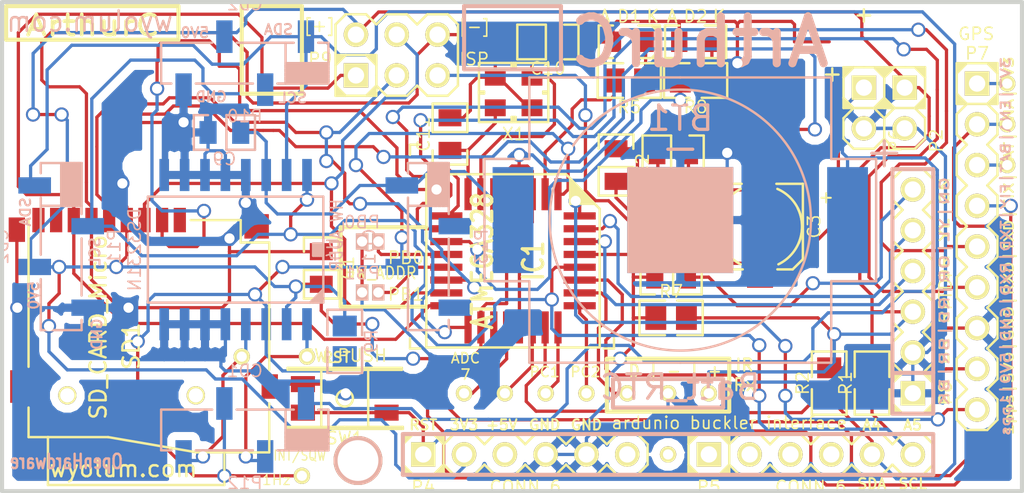
<source format=kicad_pcb>
(kicad_pcb (version 3) (host pcbnew "(2014-04-25 BZR 4828)-product")
  (title_block (date "18 aug 2012"))
  (layers (15 Front signal hide) (0 Back signal) (18 B.Paste user) (19 F.Paste user) (20 B.SilkS user hide) (21 F.SilkS user) (22 B.Mask user) (23 F.Mask user) (28 Edge.Cuts user))
  (net 0 "")
  (net 1 +3.3V)
  (net 2 /1pps)
  (net 3 /EN)
  (net 4 /FIX)
  (net 5 /GPS_BAT)
  (net 6 /GPS_Rx)
  (net 7 /GPS_Tx)
  (net 8 /Ir_Dat)
  (net 9 /LED1)
  (net 10 /LED2)
  (net 11 /MISO)
  (net 12 /MOSI)
  (net 13 /PB0)
  (net 14 /PB1)
  (net 15 /PB6)
  (net 16 /PB7)
  (net 17 /PC1)
  (net 18 /PC2)
  (net 19 /RESET)
  (net 20 /RXD)
  (net 21 /SCK)
  (net 22 /SS)
  (net 23 /TXD)
  (net 24 /arthurc_rtc/32k)
  (net 25 /arthurc_rtc/BAT)
  (net 26 /arthurc_rtc/RST)
  (net 27 /arthurc_rtc/SCL)
  (net 28 /arthurc_rtc/SDA)
  (net 29 /arthurc_rtc/SQW)
  (net 30 GND)
  (net 31 "Net-(B8-Pad1)")
  (net 32 "Net-(C7-Pad1)")
  (net 33 "Net-(D1-Pad1)")
  (net 34 "Net-(D2-Pad1)")
  (net 35 "Net-(B1-Pad1)")
  (net 36 /3Vgps)
  (net 37 "Net-(P1-Pad1)")
  (net 38 "Net-(P4-Pad3)")
  (net 39 "Net-(P4-Pad6)")
  (net 40 "Net-(P5-Pad1)")
  (net 41 "Net-(P5-Pad2)")
  (net 42 "Net-(P5-Pad3)")
  (net 43 "Net-(P5-Pad4)")
  (net 44 "Net-(SD1-Pad8)")
  (net 45 "Net-(SD1-Pad9)")
  (net 46 "Net-(SD1-Pad1)")
  (net 47 "Net-(SD1-PadH1)")
  (net 48 "Net-(SD1-PadH2)")
  (module "ArthurC Lib:I%2fO" (layer Front) (at 44.069 54.9275)
    (fp_text reference B2 hide)
    (fp_text value I/O hide)
    (pad 1 thru_hole circle (at 0 0) (size 1.016 1.016) (drill 0.635) (layers *.Cu *.Mask F.SilkS) (net 29 /arthurc_rtc/SQW))
  )
  (module "ArthurC Lib:I%2fO" (layer Front) (at 40.3225 47.498)
    (fp_text reference B3 hide)
    (fp_text value I/O hide)
    (pad 1 thru_hole circle (at 0 0) (size 1.016 1.016) (drill 0.635) (layers *.Cu *.Mask F.SilkS) (net 26 /arthurc_rtc/RST))
  )
  (module "ArthurC Lib:I%2fO" (layer Front) (at 64.3255 49.784 180)
    (fp_text reference B4 hide)
    (fp_text value I/O hide)
    (pad 1 thru_hole circle (at 0 0 180) (size 1.016 1.016) (drill 0.635) (layers *.Cu *.Mask F.SilkS) (net 8 /Ir_Dat))
  )
  (module "ArthurC Lib:I%2fO" (layer Front) (at 61.7855 49.784 90)
    (fp_text reference B5 hide)
    (fp_text value I/O hide)
    (pad 1 thru_hole circle (at 0 0 90) (size 1.016 1.016) (drill 0.635) (layers *.Cu *.Mask F.SilkS) (net 18 /PC2))
  )
  (module "ArthurC Lib:I%2fO" (layer Front) (at 59.2455 49.784 90)
    (fp_text reference B6 hide)
    (fp_text value I/O hide)
    (pad 1 thru_hole circle (at 0 0 90) (size 1.016 1.016) (drill 0.635) (layers *.Cu *.Mask F.SilkS) (net 17 /PC1))
  )
  (module "ArthurC Lib:I%2fO" (layer Front) (at 56.7055 49.784 90)
    (fp_text reference B8 hide)
    (fp_text value I/O hide)
    (pad 1 thru_hole circle (at 0 0 90) (size 1.016 1.016) (drill 0.635) (layers *.Cu *.Mask F.SilkS) (net 31 "Net-(B8-Pad1)"))
  )
  (module "ArthurC Lib:I%2fO_ADR" (layer Front) (at 48.8315 43.4975 180)
    (fp_text reference B10 hide)
    (fp_text value I/O hide)
    (pad 1 thru_hole rect (at 0 0 180) (size 0.762 1.016) (drill 0.635) (layers *.Cu *.SilkS *.Mask) (net 14 /PB1))
  )
  (module "ArthurC Lib:I%2fO_ADR" (layer Front) (at 48.8315 40.3225 180)
    (fp_text reference B11 hide)
    (fp_text value I/O hide)
    (pad 1 thru_hole rect (at 0 0 180) (size 0.762 1.016) (drill 0.635) (layers *.Cu *.SilkS *.Mask) (net 13 /PB0))
  )
  (module "ArthurC Lib:I%2fO" (layer Front) (at 44.3865 47.498)
    (fp_text reference B15 hide)
    (fp_text value I/O hide)
    (pad 1 thru_hole circle (at 0 0) (size 1.016 1.016) (drill 0.635) (layers *.Cu *.Mask F.SilkS) (net 24 /arthurc_rtc/32k))
  )
  (module "ArthurC Lib:I%2fO_ADR" (layer Front) (at 47.8155 40.3225)
    (fp_text reference B16 hide)
    (fp_text value I/O hide)
    (pad 1 thru_hole rect (at 0 0) (size 0.762 1.016) (drill 0.635) (layers *.Cu *.SilkS *.Mask) (net 30 GND))
  )
  (module "ArthurC Lib:I%2fO_ADR" (layer Front) (at 47.8155 43.4975)
    (fp_text reference B17 hide)
    (fp_text value I/O hide)
    (pad 1 thru_hole rect (at 0 0) (size 0.762 1.016) (drill 0.635) (layers *.Cu *.SilkS *.Mask) (net 30 GND))
  )
  (module "ArthurC Lib:I%2fO" (layer Front) (at 66.8655 49.784)
    (fp_text reference B18 hide)
    (fp_text value I/O hide)
    (pad 1 thru_hole circle (at 0 0) (size 1.016 1.016) (drill 0.635) (layers *.Cu *.Mask F.SilkS) (net 30 GND))
  )
  (module "ArthurC Lib:I%2fO" (layer Front) (at 69.4055 49.784)
    (fp_text reference B19 hide)
    (fp_text value I/O hide)
    (pad 1 thru_hole circle (at 0 0) (size 1.016 1.016) (drill 0.635) (layers *.Cu *.Mask F.SilkS) (net 1 +3.3V))
  )
  (module "ArthurC Lib:I%2fO" (layer Front) (at 66.8655 53.594 180)
    (fp_text reference P1 hide)
    (fp_text value I/O hide)
    (pad 1 thru_hole circle (at 0 0 180) (size 1.016 1.016) (drill 0.635) (layers *.Cu *.Mask F.SilkS) (net 37 "Net-(P1-Pad1)"))
  )
  (module "ArthurC Lib:Xtal_SMD3" (layer Front) (at 57.2516 31.0388)
    (fp_text reference X1 (at 0 2.5908) (layer F.SilkS) (effects (font (size 0.762 0.762) (thickness 0.1016))))
    (fp_text value 8MHz hide)
    (pad 2 smd rect (at -1.143 0.9525) (size 1.30048 1.04902) (layers Front F.Paste F.Mask) (net 16 /PB7))
    (pad 1 smd rect (at 1.143 -0.9525) (size 1.30048 1.04902) (layers Front F.Paste F.Mask) (net 15 /PB6))
    (pad 3 smd rect (at -1.143 -0.9525) (size 1.30048 1.04902) (layers Front F.Paste F.Mask) (net 30 GND))
    (pad 3 smd rect (at 1.143 0.9525) (size 1.30048 1.04902) (layers Front F.Paste F.Mask) (net 30 GND))
  )
  (module "ArthurC Lib:PIN_ARRAY-9X1" (layer Front) (at 86.106 40.64 270)
    (fp_text reference P7 (at -12.0396 0 360) (layer F.SilkS) (effects (font (size 0.762 0.762) (thickness 0.1016))))
    (fp_text value GPS (at -13.2588 0.0508 360) (layer F.SilkS) (effects (font (size 0.762 0.762) (thickness 0.1016))))
    (pad 9 thru_hole circle (at 10.16 0 270) (size 1.524 1.524) (drill 1.016) (layers *.Cu *.Mask F.SilkS) (net 2 /1pps))
    (pad 8 thru_hole circle (at 7.62 0 270) (size 1.524 1.524) (drill 1.016) (layers *.Cu *.Mask F.SilkS) (net 1 +3.3V))
    (pad 7 thru_hole circle (at 5.08 0 270) (size 1.524 1.524) (drill 1.016) (layers *.Cu *.Mask F.SilkS) (net 30 GND))
    (pad 1 thru_hole rect (at -10.16 0 270) (size 1.524 1.524) (drill 1.016) (layers *.Cu *.Mask F.SilkS) (net 36 /3Vgps))
    (pad 2 thru_hole circle (at -7.62 0 270) (size 1.524 1.524) (drill 1.016) (layers *.Cu *.Mask F.SilkS) (net 3 /EN))
    (pad 3 thru_hole circle (at -5.08 0 270) (size 1.524 1.524) (drill 1.016) (layers *.Cu *.Mask F.SilkS) (net 5 /GPS_BAT))
    (pad 4 thru_hole circle (at -2.54 0 270) (size 1.524 1.524) (drill 1.016) (layers *.Cu *.Mask F.SilkS) (net 4 /FIX))
    (pad 5 thru_hole circle (at 0 0 270) (size 1.524 1.524) (drill 1.016) (layers *.Cu *.Mask F.SilkS) (net 7 /GPS_Tx))
    (pad 6 thru_hole circle (at 2.54 0 270) (size 1.524 1.524) (drill 1.016) (layers *.Cu *.Mask F.SilkS) (net 6 /GPS_Rx))
  )
  (module "ArthurC Lib:I%2fO" (layer Front) (at 87.9856 30.48)
    (fp_text reference P14 hide)
    (fp_text value I/O hide)
    (pad 1 thru_hole circle (at 0 0) (size 1.016 1.016) (drill 0.635) (layers *.Cu *.Mask F.SilkS) (net 36 /3Vgps))
  )
  (module "ArthurC Lib:I%2fO" (layer Front) (at 87.9856 33.02)
    (fp_text reference P15 hide)
    (fp_text value I/O hide)
    (pad 1 thru_hole circle (at 0 0) (size 1.016 1.016) (drill 0.635) (layers *.Cu *.Mask F.SilkS) (net 3 /EN))
  )
  (module "ArthurC Lib:I%2fO" (layer Front) (at 87.9856 35.56)
    (fp_text reference P16 hide)
    (fp_text value I/O hide)
    (pad 1 thru_hole circle (at 0 0) (size 1.016 1.016) (drill 0.635) (layers *.Cu *.Mask F.SilkS) (net 5 /GPS_BAT))
  )
  (module "ArthurC Lib:I%2fO" (layer Front) (at 54.1655 49.784)
    (fp_text reference B1 hide)
    (fp_text value AREF hide)
    (pad 1 thru_hole circle (at 0 0) (size 1.016 1.016) (drill 0.635) (layers *.Cu *.Mask F.SilkS) (net 35 "Net-(B1-Pad1)"))
  )
  (module "ArthurC Lib:pin_strip_2" (layer Front) (at 81.5975 32.004 270)
    (fp_text reference P2 (at 2.032 -1.9685 270) (layer F.SilkS) (effects (font (size 0.762 0.762) (thickness 0.1016))))
    (fp_text value BAT hide)
    (pad 1 thru_hole rect (at -1.27 0 270) (size 1.524 1.524) (drill 1.016) (layers *.Cu *.Mask F.SilkS) (net 1 +3.3V))
    (pad 2 thru_hole circle (at 1.27 0 270) (size 1.524 1.524) (drill 1.016) (layers *.Cu *.Mask F.SilkS) (net 30 GND))
  )
  (module "ArthurC Lib:CR1632" (layer Back) (at 67.6275 38.989 180)
    (fp_text reference BT1 (at 0 6.35 180) (layer B.SilkS) (effects (font (thickness 0.2032)) (justify mirror)))
    (fp_text value Batt_RTC (at 0 -10.414 180) (layer B.SilkS) (effects (font (thickness 0.2032)) (justify mirror)))
    (fp_text user - (at 0 4.572 180) (layer B.SilkS) (effects (font (size 2.032 2.032) (thickness 0.2032)) (justify mirror)))
    (fp_text user + (at -12.7 4.318 180) (layer B.SilkS) (effects (font (size 2.032 2.032) (thickness 0.2032)) (justify mirror)))
    (pad + smd rect (at -10.414 0 180) (size 2.54 6.604) (layers Back B.Paste B.Mask) (net 25 /arthurc_rtc/BAT))
    (pad + smd rect (at 10.414 0 180) (size 2.54 6.604) (layers Back B.Paste B.Mask) (net 25 /arthurc_rtc/BAT))
    (pad - smd rect (at 0 0 180) (size 6.604 6.604) (layers Back B.Paste B.SilkS B.Mask) (net 30 GND))
  )
  (module "ArthurC Lib:c_0805" (layer Front) (at 45.2755 41.9735 270)
    (fp_text reference C1 (at 0 -1.651 270) (layer F.SilkS) (effects (font (size 0.762 0.762) (thickness 0.1016))))
    (fp_text value 100n hide)
    (pad 1 smd rect (at 1.016 0 270) (size 1.0668 1.4224) (layers Front F.Paste F.Mask) (net 1 +3.3V))
    (pad 2 smd rect (at -1.016 0 270) (size 1.0668 1.4224) (layers Front F.Paste F.Mask) (net 30 GND))
  )
  (module "ArthurC Lib:c_0805" (layer Front) (at 63.627 35.56 270)
    (fp_text reference C2 (at 0 -1.651 270) (layer F.SilkS) (effects (font (size 0.762 0.762) (thickness 0.1016))))
    (fp_text value 1u hide)
    (pad 1 smd rect (at 1.016 0 270) (size 1.0668 1.4224) (layers Front F.Paste F.Mask) (net 25 /arthurc_rtc/BAT))
    (pad 2 smd rect (at -1.016 0 270) (size 1.0668 1.4224) (layers Front F.Paste F.Mask) (net 30 GND))
  )
  (module "ArthurC Lib:c_0805" (layer Front) (at 67.183 34.798 180)
    (fp_text reference C5 (at 0 -1.651 180) (layer F.SilkS) (effects (font (size 0.762 0.762) (thickness 0.1016))))
    (fp_text value 1u hide)
    (pad 1 smd rect (at 1.016 0 180) (size 1.0668 1.4224) (layers Front F.Paste F.Mask) (net 1 +3.3V))
    (pad 2 smd rect (at -1.016 0 180) (size 1.0668 1.4224) (layers Front F.Paste F.Mask) (net 30 GND))
  )
  (module "ArthurC Lib:c_0805" (layer Front) (at 67.056 42.545)
    (fp_text reference C7 (at 0 -1.651) (layer F.SilkS) (effects (font (size 0.762 0.762) (thickness 0.1016))))
    (fp_text value 100n hide)
    (pad 1 smd rect (at 1.016 0) (size 1.0668 1.4224) (layers Front F.Paste F.Mask) (net 32 "Net-(C7-Pad1)"))
    (pad 2 smd rect (at -1.016 0) (size 1.0668 1.4224) (layers Front F.Paste F.Mask) (net 19 /RESET))
  )
  (module "ArthurC Lib:c_0805" (layer Back) (at 39.243 33.528)
    (fp_text reference C9 (at 0 1.651) (layer B.SilkS) (effects (font (size 0.762 0.762) (thickness 0.1016)) (justify mirror)))
    (fp_text value 100n hide)
    (pad 1 smd rect (at 1.016 0) (size 1.0668 1.4224) (layers Back B.Paste B.Mask) (net 25 /arthurc_rtc/BAT))
    (pad 2 smd rect (at -1.016 0) (size 1.0668 1.4224) (layers Back B.Paste B.Mask) (net 30 GND))
  )
  (module "ArthurC Lib:c_0805" (layer Front) (at 59.3852 27.8892 180)
    (fp_text reference C10 (at 0 -1.651 180) (layer F.SilkS) (effects (font (size 0.762 0.762) (thickness 0.1016))))
    (fp_text value 22p hide)
    (pad 1 smd rect (at 1.016 0 180) (size 1.0668 1.4224) (layers Front F.Paste F.Mask) (net 15 /PB6))
    (pad 2 smd rect (at -1.016 0 180) (size 1.0668 1.4224) (layers Front F.Paste F.Mask) (net 30 GND))
  )
  (module "ArthurC Lib:c_0805" (layer Front) (at 53.2892 33.6296 90)
    (fp_text reference C11 (at 0 -1.651 90) (layer F.SilkS) (effects (font (size 0.762 0.762) (thickness 0.1016))))
    (fp_text value 22p hide)
    (pad 1 smd rect (at 1.016 0 90) (size 1.0668 1.4224) (layers Front F.Paste F.Mask) (net 30 GND))
    (pad 2 smd rect (at -1.016 0 90) (size 1.0668 1.4224) (layers Front F.Paste F.Mask) (net 16 /PB7))
  )
  (module "ArthurC Lib:d_0805" (layer Front) (at 64.4525 27.8765)
    (fp_text reference D1 (at 0 -1.5875) (layer F.SilkS) (effects (font (size 0.762 0.762) (thickness 0.1016))))
    (fp_text value LED hide)
    (pad 1 smd rect (at 1.016 0) (size 1.016 1.27) (layers Front F.Paste F.Mask) (net 33 "Net-(D1-Pad1)"))
    (pad 2 smd rect (at -1.016 0) (size 1.016 1.27) (layers Front F.Paste F.Mask) (net 30 GND))
  )
  (module "ArthurC Lib:d_0805" (layer Front) (at 68.58 27.8765)
    (fp_text reference D2 (at 0 -1.5875) (layer F.SilkS) (effects (font (size 0.762 0.762) (thickness 0.1016))))
    (fp_text value LED hide)
    (pad 1 smd rect (at 1.016 0) (size 1.016 1.27) (layers Front F.Paste F.Mask) (net 34 "Net-(D2-Pad1)"))
    (pad 2 smd rect (at -1.016 0) (size 1.016 1.27) (layers Front F.Paste F.Mask) (net 30 GND))
  )
  (module "ArthurC Lib:TQFP32" (layer Front) (at 57.2135 41.529 270)
    (fp_text reference IC1 (at 0 -1.27 270) (layer F.SilkS) (effects (font (size 1.27 1.016) (thickness 0.2032))))
    (fp_text value ATMEGA328 (at 0 1.905 270) (layer F.SilkS) (effects (font (size 1.27 1.016) (thickness 0.2032))))
    (pad 8 smd rect (at -4.15036 2.79908 270) (size 1.99898 0.44958) (layers Front F.Paste F.Mask) (net 16 /PB7) (clearance 0.127))
    (pad 7 smd rect (at -4.15036 1.99898 270) (size 1.99898 0.44958) (layers Front F.Paste F.Mask) (net 15 /PB6) (clearance 0.14986))
    (pad 6 smd rect (at -4.15036 1.19888 270) (size 1.99898 0.44958) (layers Front F.Paste F.Mask) (net 1 +3.3V) (clearance 0.14986))
    (pad 5 smd rect (at -4.15036 0.39878 270) (size 1.99898 0.44958) (layers Front F.Paste F.Mask) (net 30 GND) (clearance 0.14986))
    (pad 4 smd rect (at -4.15036 -0.39878 270) (size 1.99898 0.44958) (layers Front F.Paste F.Mask) (net 1 +3.3V) (clearance 0.14986))
    (pad 3 smd rect (at -4.15036 -1.19888 270) (size 1.99898 0.44958) (layers Front F.Paste F.Mask) (net 30 GND) (clearance 0.14986))
    (pad 2 smd rect (at -4.15036 -1.99898 270) (size 1.99898 0.44958) (layers Front F.Paste F.Mask) (net 9 /LED1) (clearance 0.14986))
    (pad 1 smd rect (at -4.15036 -2.79908 270) (size 1.99898 0.44958) (layers Front F.Paste F.Mask) (net 29 /arthurc_rtc/SQW) (clearance 0.127))
    (pad 24 smd rect (at 4.15036 -2.79908 270) (size 1.99898 0.44958) (layers Front F.Paste F.Mask) (net 17 /PC1) (clearance 0.127))
    (pad 17 smd rect (at 4.15036 2.79908 270) (size 1.99898 0.44958) (layers Front F.Paste F.Mask) (net 21 /SCK) (clearance 0.127))
    (pad 18 smd rect (at 4.15036 1.99898 270) (size 1.99898 0.44958) (layers Front F.Paste F.Mask) (net 1 +3.3V) (clearance 0.14986))
    (pad 19 smd rect (at 4.15036 1.19888 270) (size 1.99898 0.44958) (layers Front F.Paste F.Mask) (net 4 /FIX) (clearance 0.14986))
    (pad 20 smd rect (at 4.15036 0.39878 270) (size 1.99898 0.44958) (layers Front F.Paste F.Mask) (net 35 "Net-(B1-Pad1)") (clearance 0.14986))
    (pad 21 smd rect (at 4.15036 -0.39878 270) (size 1.99898 0.44958) (layers Front F.Paste F.Mask) (net 30 GND) (clearance 0.14986))
    (pad 22 smd rect (at 4.15036 -1.19888 270) (size 1.99898 0.44958) (layers Front F.Paste F.Mask) (net 31 "Net-(B8-Pad1)") (clearance 0.14986))
    (pad 23 smd rect (at 4.15036 -1.99898 270) (size 1.99898 0.44958) (layers Front F.Paste F.Mask) (net 3 /EN) (clearance 0.14986))
    (pad 32 smd rect (at -2.79908 -4.15036) (size 1.99898 0.44958) (layers Front F.Paste F.Mask) (net 2 /1pps) (clearance 0.127))
    (pad 31 smd rect (at -1.99898 -4.15036) (size 1.99898 0.44958) (layers Front F.Paste F.Mask) (net 23 /TXD) (clearance 0.14986))
    (pad 30 smd rect (at -1.19888 -4.15036) (size 1.99898 0.44958) (layers Front F.Paste F.Mask) (net 20 /RXD) (clearance 0.14986))
    (pad 29 smd rect (at -0.39878 -4.15036) (size 1.99898 0.44958) (layers Front F.Paste F.Mask) (net 19 /RESET) (clearance 0.14986))
    (pad 28 smd rect (at 0.39878 -4.15036) (size 1.99898 0.44958) (layers Front F.Paste F.Mask) (net 27 /arthurc_rtc/SCL) (clearance 0.14986))
    (pad 27 smd rect (at 1.19888 -4.15036) (size 1.99898 0.44958) (layers Front F.Paste F.Mask) (net 28 /arthurc_rtc/SDA) (clearance 0.14986))
    (pad 26 smd rect (at 1.99898 -4.15036) (size 1.99898 0.44958) (layers Front F.Paste F.Mask) (net 8 /Ir_Dat) (clearance 0.14986))
    (pad 25 smd rect (at 2.79908 -4.15036) (size 1.99898 0.44958) (layers Front F.Paste F.Mask) (net 18 /PC2) (clearance 0.127))
    (pad 9 smd rect (at -2.79908 4.15036) (size 1.99898 0.44958) (layers Front F.Paste F.Mask) (net 6 /GPS_Rx) (clearance 0.127))
    (pad 10 smd rect (at -1.99898 4.15036) (size 1.99898 0.44958) (layers Front F.Paste F.Mask) (net 7 /GPS_Tx) (clearance 0.14986))
    (pad 11 smd rect (at -1.19888 4.15036) (size 1.99898 0.44958) (layers Front F.Paste F.Mask) (net 10 /LED2) (clearance 0.14986))
    (pad 12 smd rect (at -0.39878 4.15036) (size 1.99898 0.44958) (layers Front F.Paste F.Mask) (net 13 /PB0) (clearance 0.14986))
    (pad 13 smd rect (at 0.39878 4.15036) (size 1.99898 0.44958) (layers Front F.Paste F.Mask) (net 14 /PB1) (clearance 0.14986))
    (pad 14 smd rect (at 1.19888 4.15036) (size 1.99898 0.44958) (layers Front F.Paste F.Mask) (net 22 /SS) (clearance 0.14986))
    (pad 15 smd rect (at 1.99898 4.15036) (size 1.99898 0.44958) (layers Front F.Paste F.Mask) (net 12 /MOSI) (clearance 0.14986))
    (pad 16 smd rect (at 2.79908 4.15036) (size 1.99898 0.44958) (layers Front F.Paste F.Mask) (net 11 /MISO) (clearance 0.127))
  )
  (module "ArthurC Lib:PIN_ARRAY-6X1" (layer Front) (at 57.9755 53.594)
    (fp_text reference P4 (at -6.35 2.032) (layer F.SilkS) (effects (font (size 0.762 0.762) (thickness 0.1016))))
    (fp_text value CONN_6 (at 0 2.032) (layer F.SilkS) (effects (font (size 0.762 0.762) (thickness 0.1016))))
    (pad 1 thru_hole rect (at -6.35 0) (size 1.524 1.524) (drill 1.016) (layers *.Cu *.Mask F.SilkS) (net 19 /RESET))
    (pad 2 thru_hole circle (at -3.81 0) (size 1.524 1.524) (drill 1.016) (layers *.Cu *.Mask F.SilkS) (net 1 +3.3V))
    (pad 3 thru_hole circle (at -1.27 0) (size 1.524 1.524) (drill 1.016) (layers *.Cu *.Mask F.SilkS) (net 38 "Net-(P4-Pad3)"))
    (pad 4 thru_hole circle (at 1.27 0) (size 1.524 1.524) (drill 1.016) (layers *.Cu *.Mask F.SilkS) (net 30 GND))
    (pad 5 thru_hole circle (at 3.81 0) (size 1.524 1.524) (drill 1.016) (layers *.Cu *.Mask F.SilkS) (net 30 GND))
    (pad 6 thru_hole circle (at 6.35 0) (size 1.524 1.524) (drill 1.016) (layers *.Cu *.Mask F.SilkS) (net 39 "Net-(P4-Pad6)"))
  )
  (module "ArthurC Lib:PIN_ARRAY-6X1" (layer Front) (at 75.7555 53.594)
    (fp_text reference P5 (at -6.35 2.032) (layer F.SilkS) (effects (font (size 0.762 0.762) (thickness 0.1016))))
    (fp_text value CONN_6 (at 0 2.032) (layer F.SilkS) (effects (font (size 0.762 0.762) (thickness 0.1016))))
    (pad 1 thru_hole rect (at -6.35 0) (size 1.524 1.524) (drill 1.016) (layers *.Cu *.Mask F.SilkS) (net 40 "Net-(P5-Pad1)"))
    (pad 2 thru_hole circle (at -3.81 0) (size 1.524 1.524) (drill 1.016) (layers *.Cu *.Mask F.SilkS) (net 41 "Net-(P5-Pad2)"))
    (pad 3 thru_hole circle (at -1.27 0) (size 1.524 1.524) (drill 1.016) (layers *.Cu *.Mask F.SilkS) (net 42 "Net-(P5-Pad3)"))
    (pad 4 thru_hole circle (at 1.27 0) (size 1.524 1.524) (drill 1.016) (layers *.Cu *.Mask F.SilkS) (net 43 "Net-(P5-Pad4)"))
    (pad 5 thru_hole circle (at 3.81 0) (size 1.524 1.524) (drill 1.016) (layers *.Cu *.Mask F.SilkS) (net 28 /arthurc_rtc/SDA))
    (pad 6 thru_hole circle (at 6.35 0) (size 1.524 1.524) (drill 1.016) (layers *.Cu *.Mask F.SilkS) (net 27 /arthurc_rtc/SCL))
  )
  (module "ArthurC Lib:pin_strip_2" (layer Front) (at 79.0575 32.004 270)
    (fp_text reference P6 (at 2.032 -1.9685 270) (layer F.SilkS) (effects (font (size 0.762 0.762) (thickness 0.1016))))
    (fp_text value LiPo hide)
    (pad 1 thru_hole rect (at -1.27 0 270) (size 1.524 1.524) (drill 1.016) (layers *.Cu *.Mask F.SilkS) (net 25 /arthurc_rtc/BAT))
    (pad 2 thru_hole circle (at 1.27 0 270) (size 1.524 1.524) (drill 1.016) (layers *.Cu *.Mask F.SilkS) (net 30 GND))
  )
  (module "ArthurC Lib:PIN_ARRAY-6X1" (layer Front) (at 82.1055 43.434 90)
    (fp_text reference P8 (at -6.35 2.032 90) (layer F.SilkS) (effects (font (size 0.762 0.762) (thickness 0.1016))))
    (fp_text value FTDI (at 0 2.032 90) (layer F.SilkS) (effects (font (size 0.762 0.762) (thickness 0.1016))))
    (pad 1 thru_hole rect (at -6.35 0 90) (size 1.524 1.524) (drill 1.016) (layers *.Cu *.Mask F.SilkS) (net 30 GND))
    (pad 2 thru_hole circle (at -3.81 0 90) (size 1.524 1.524) (drill 1.016) (layers *.Cu *.Mask F.SilkS) (net 30 GND))
    (pad 3 thru_hole circle (at -1.27 0 90) (size 1.524 1.524) (drill 1.016) (layers *.Cu *.Mask F.SilkS) (net 1 +3.3V))
    (pad 4 thru_hole circle (at 1.27 0 90) (size 1.524 1.524) (drill 1.016) (layers *.Cu *.Mask F.SilkS) (net 20 /RXD))
    (pad 5 thru_hole circle (at 3.81 0 90) (size 1.524 1.524) (drill 1.016) (layers *.Cu *.Mask F.SilkS) (net 23 /TXD))
    (pad 6 thru_hole circle (at 6.35 0 90) (size 1.524 1.524) (drill 1.016) (layers *.Cu *.Mask F.SilkS) (net 32 "Net-(C7-Pad1)"))
  )
  (module "ArthurC Lib:ISP" (layer Front) (at 47.4345 29.972)
    (fp_text reference P9 (at -2.2225 -1.016) (layer F.SilkS) (effects (font (size 0.762 0.762) (thickness 0.1016))))
    (fp_text value ISP (at 7.366 -1.016) (layer F.SilkS) (effects (font (size 0.762 0.762) (thickness 0.1016))))
    (pad 1 thru_hole rect (at 0 0) (size 1.524 1.524) (drill 1.016) (layers *.Cu *.Mask F.SilkS) (net 11 /MISO))
    (pad 2 thru_hole circle (at 0 -2.54) (size 1.524 1.524) (drill 1.016) (layers *.Cu *.Mask F.SilkS) (net 1 +3.3V))
    (pad 3 thru_hole circle (at 2.54 0) (size 1.524 1.524) (drill 1.016) (layers *.Cu *.Mask F.SilkS) (net 21 /SCK))
    (pad 4 thru_hole circle (at 2.54 -2.54) (size 1.524 1.524) (drill 1.016) (layers *.Cu *.Mask F.SilkS) (net 12 /MOSI))
    (pad 5 thru_hole circle (at 5.08 0) (size 1.524 1.524) (drill 1.016) (layers *.Cu *.Mask F.SilkS) (net 19 /RESET))
    (pad 6 thru_hole circle (at 5.08 -2.54) (size 1.524 1.524) (drill 1.016) (layers *.Cu *.Mask F.SilkS) (net 30 GND))
  )
  (module "ArthurC Lib:Sck-04-F-SMT" (layer Back) (at 40.513 29.21)
    (fp_text reference P10 (at 0 3.302) (layer B.SilkS) (effects (font (size 0.762 0.762) (thickness 0.1016)) (justify mirror)))
    (fp_text value CD2 (at 0 -3.683) (layer B.SilkS) (effects (font (size 0.762 0.762) (thickness 0.1016)) (justify mirror)))
    (pad 1 smd rect (at 3.81 -1.651) (size 1.016 2.032) (layers Back B.Paste B.Mask) (net 28 /arthurc_rtc/SDA))
    (pad 2 smd rect (at 1.27 1.651) (size 1.016 2.032) (layers Back B.Paste B.Mask) (net 27 /arthurc_rtc/SCL))
    (pad 3 smd rect (at -1.27 -1.651) (size 1.016 2.032) (layers Back B.Paste B.Mask) (net 1 +3.3V))
    (pad 4 smd rect (at -3.81 1.651) (size 1.016 2.032) (layers Back B.Paste B.Mask) (net 30 GND))
  )
  (module "ArthurC Lib:Sck-04-F-SMT" (layer Back) (at 29.083 40.64 90)
    (fp_text reference P11 (at 0 3.302 90) (layer B.SilkS) (effects (font (size 0.762 0.762) (thickness 0.1016)) (justify mirror)))
    (fp_text value CD2 (at 0 -3.683 90) (layer B.SilkS) (effects (font (size 0.762 0.762) (thickness 0.1016)) (justify mirror)))
    (pad 1 smd rect (at 3.81 -1.651 90) (size 1.016 2.032) (layers Back B.Paste B.Mask) (net 28 /arthurc_rtc/SDA))
    (pad 2 smd rect (at 1.27 1.651 90) (size 1.016 2.032) (layers Back B.Paste B.Mask) (net 27 /arthurc_rtc/SCL))
    (pad 3 smd rect (at -1.27 -1.651 90) (size 1.016 2.032) (layers Back B.Paste B.Mask) (net 1 +3.3V))
    (pad 4 smd rect (at -3.81 1.651 90) (size 1.016 2.032) (layers Back B.Paste B.Mask) (net 30 GND))
  )
  (module "ArthurC Lib:Sck-04-F-SMT" (layer Back) (at 40.513 52.07)
    (fp_text reference P12 (at 0 3.302) (layer B.SilkS) (effects (font (size 0.762 0.762) (thickness 0.1016)) (justify mirror)))
    (fp_text value CD1 (at 0 -3.683) (layer B.SilkS) (effects (font (size 0.762 0.762) (thickness 0.1016)) (justify mirror)))
    (pad 1 smd rect (at 3.81 -1.651) (size 1.016 2.032) (layers Back B.Paste B.Mask) (net 25 /arthurc_rtc/BAT))
    (pad 2 smd rect (at 1.27 1.651) (size 1.016 2.032) (layers Back B.Paste B.Mask) (net 24 /arthurc_rtc/32k))
    (pad 3 smd rect (at -1.27 -1.651) (size 1.016 2.032) (layers Back B.Paste B.Mask) (net 29 /arthurc_rtc/SQW))
    (pad 4 smd rect (at -3.81 1.651) (size 1.016 2.032) (layers Back B.Paste B.Mask) (net 26 /arthurc_rtc/RST))
  )
  (module "ArthurC Lib:Sck-04-F-SMT" (layer Back) (at 51.943 40.64 90)
    (fp_text reference P13 (at 0 3.302 90) (layer B.SilkS) (effects (font (size 0.762 0.762) (thickness 0.1016)) (justify mirror)))
    (fp_text value CD1 (at 0 -3.683 90) (layer B.SilkS) (effects (font (size 0.762 0.762) (thickness 0.1016)) (justify mirror)))
    (pad 1 smd rect (at 3.81 -1.651 90) (size 1.016 2.032) (layers Back B.Paste B.Mask) (net 25 /arthurc_rtc/BAT))
    (pad 2 smd rect (at 1.27 1.651 90) (size 1.016 2.032) (layers Back B.Paste B.Mask) (net 24 /arthurc_rtc/32k))
    (pad 3 smd rect (at -1.27 -1.651 90) (size 1.016 2.032) (layers Back B.Paste B.Mask) (net 29 /arthurc_rtc/SQW))
    (pad 4 smd rect (at -3.81 1.651 90) (size 1.016 2.032) (layers Back B.Paste B.Mask) (net 26 /arthurc_rtc/RST))
  )
  (module "ArthurC Lib:PCB" (layer Front) (at 57.15 40.64)
    (fp_text reference PCB1 hide)
    (fp_text value PCB hide)
  )
  (module "ArthurC Lib:r_0805" (layer Front) (at 79.5655 49.149 90)
    (fp_text reference R1 (at 0 -1.651 90) (layer F.SilkS) (effects (font (size 0.762 0.762) (thickness 0.1016))))
    (fp_text value 10k hide)
    (pad 1 smd rect (at 0.9525 0 90) (size 1.30048 1.4986) (layers Front F.Paste F.Mask) (net 1 +3.3V))
    (pad 2 smd rect (at -0.9525 0 90) (size 1.30048 1.4986) (layers Front F.Paste F.Mask) (net 27 /arthurc_rtc/SCL))
  )
  (module "ArthurC Lib:r_0805" (layer Front) (at 76.8985 49.149 90)
    (fp_text reference R2 (at 0 -1.651 90) (layer F.SilkS) (effects (font (size 0.762 0.762) (thickness 0.1016))))
    (fp_text value 10k hide)
    (pad 1 smd rect (at 0.9525 0 90) (size 1.30048 1.4986) (layers Front F.Paste F.Mask) (net 1 +3.3V))
    (pad 2 smd rect (at -0.9525 0 90) (size 1.30048 1.4986) (layers Front F.Paste F.Mask) (net 28 /arthurc_rtc/SDA))
  )
  (module "ArthurC Lib:r_0805" (layer Front) (at 64.4525 30.2895 180)
    (fp_text reference R5 (at 0 -1.651 180) (layer F.SilkS) (effects (font (size 0.762 0.762) (thickness 0.1016))))
    (fp_text value 750E hide)
    (pad 1 smd rect (at 0.9525 0 180) (size 1.30048 1.4986) (layers Front F.Paste F.Mask) (net 9 /LED1))
    (pad 2 smd rect (at -0.9525 0 180) (size 1.30048 1.4986) (layers Front F.Paste F.Mask) (net 33 "Net-(D1-Pad1)"))
  )
  (module "ArthurC Lib:r_0805" (layer Front) (at 67.056 45.085)
    (fp_text reference R7 (at 0 -1.651) (layer F.SilkS) (effects (font (size 0.762 0.762) (thickness 0.1016))))
    (fp_text value 10k hide)
    (pad 1 smd rect (at 0.9525 0) (size 1.30048 1.4986) (layers Front F.Paste F.Mask) (net 1 +3.3V))
    (pad 2 smd rect (at -0.9525 0) (size 1.30048 1.4986) (layers Front F.Paste F.Mask) (net 19 /RESET))
  )
  (module "ArthurC Lib:r_0805" (layer Front) (at 68.58 30.2895 180)
    (fp_text reference R8 (at 0 -1.651 180) (layer F.SilkS) (effects (font (size 0.762 0.762) (thickness 0.1016))))
    (fp_text value 750E hide)
    (pad 1 smd rect (at 0.9525 0 180) (size 1.30048 1.4986) (layers Front F.Paste F.Mask) (net 10 /LED2))
    (pad 2 smd rect (at -0.9525 0 180) (size 1.30048 1.4986) (layers Front F.Paste F.Mask) (net 34 "Net-(D2-Pad1)"))
  )
  (module "ArthurC Lib:r_0805" (layer Back) (at 46.736 46.5455 90)
    (fp_text reference R9 (at 0 1.651 90) (layer B.SilkS) (effects (font (size 0.762 0.762) (thickness 0.1016)) (justify mirror)))
    (fp_text value 10k hide)
    (pad 1 smd rect (at 0.9525 0 90) (size 1.30048 1.4986) (layers Back B.Paste B.Mask) (net 1 +3.3V))
    (pad 2 smd rect (at -0.9525 0 90) (size 1.30048 1.4986) (layers Back B.Paste B.Mask) (net 29 /arthurc_rtc/SQW))
  )
  (module "ArthurC Lib:vite_3mm" (layer Front) (at 47.5615 53.975 90)
    (fp_text reference SC1 hide)
    (fp_text value SCREW hide)
    (pad 1 thru_hole circle (at 0 0 90) (size 3.048 3.048) (drill 2.54) (layers *.Cu *.SilkS *.Mask))
  )
  (module "ArthurC Lib:SD_Micro" (layer Front) (at 32.0675 38.989 270)
    (fp_text reference SD1 (at 7.85622 -1.37668 270) (layer F.SilkS) (effects (font (size 1.016 1.016) (thickness 0.1524))))
    (fp_text value SD_CARD_Micro (at 6.67512 0.68072 270) (layer F.SilkS) (effects (font (size 1.016 1.016) (thickness 0.1524))))
    (pad 5 smd rect (at 0 0 270) (size 1.524 0.762) (layers Front F.Paste F.Mask) (net 21 /SCK))
    (pad 6 smd rect (at 0 1.09982 270) (size 1.524 0.762) (layers Front F.Paste F.Mask) (net 30 GND))
    (pad 7 smd rect (at 0 2.19964 270) (size 1.524 0.762) (layers Front F.Paste F.Mask) (net 11 /MISO))
    (pad 8 smd rect (at 0 3.29946 270) (size 1.524 0.762) (layers Front F.Paste F.Mask) (net 44 "Net-(SD1-Pad8)"))
    (pad 9 smd rect (at 0 4.39928 270) (size 1.524 0.762) (layers Front F.Paste F.Mask) (net 45 "Net-(SD1-Pad9)"))
    (pad 4 smd rect (at 0 -1.09982 270) (size 1.524 0.762) (layers Front F.Paste F.Mask) (net 1 +3.3V))
    (pad 3 smd rect (at 0 -2.19964 270) (size 1.524 0.762) (layers Front F.Paste F.Mask) (net 12 /MOSI))
    (pad 2 smd rect (at 0 -3.29946 270) (size 1.524 0.762) (layers Front F.Paste F.Mask) (net 22 /SS))
    (pad 1 smd rect (at 0 -4.39928 270) (size 1.524 0.762) (layers Front F.Paste F.Mask) (net 46 "Net-(SD1-Pad1)"))
    (pad G1 smd rect (at 0.59944 5.74548 270) (size 1.524 1.016) (layers Front F.Paste F.Mask) (net 30 GND))
    (pad G2 smd rect (at 10.37336 5.40004 270) (size 2.032 1.524) (layers Front F.Paste F.Mask) (net 30 GND))
    (pad G3 smd rect (at 10.37336 -9.99998 270) (size 1.524 1.016) (layers Front F.Paste F.Mask) (net 30 GND))
    (pad G4 smd rect (at 0.39116 -9.1821 270) (size 1.524 1.524) (layers Front F.Paste F.Mask) (net 30 GND))
    (pad H1 thru_hole circle (at 10.922 2.6035 270) (size 1.143 1.143) (drill 0.889) (layers *.Cu *.Mask F.SilkS) (net 47 "Net-(SD1-PadH1)"))
    (pad H2 thru_hole circle (at 10.922 -5.3975 270) (size 1.143 1.143) (drill 0.889) (layers *.Cu *.Mask F.SilkS) (net 48 "Net-(SD1-PadH2)"))
  )
  (module "ArthurC Lib:SW_SMD" (layer Front) (at 46.736 50.1015 180)
    (fp_text reference SW1 (at 0 -2.4765 180) (layer F.SilkS) (effects (font (size 0.762 0.762) (thickness 0.1016))))
    (fp_text value SW_PUSH (at 0 2.667 180) (layer F.SilkS) (effects (font (size 0.762 0.762) (thickness 0.1016))))
    (pad 1 smd rect (at -2.6035 0.889 180) (size 1.50114 1.00076) (layers Front F.Paste F.Mask) (net 30 GND))
    (pad 1 smd rect (at 2.6035 0.889 180) (size 1.50114 1.00076) (layers Front F.Paste F.Mask) (net 30 GND))
    (pad 2 smd rect (at 2.6035 -0.889 180) (size 1.50114 1.00076) (layers Front F.Paste F.Mask) (net 19 /RESET))
    (pad 2 smd rect (at -2.6035 -0.889 180) (size 1.50114 1.00076) (layers Front F.Paste F.Mask) (net 19 /RESET))
  )
  (module "ArthurC Lib:SOT23-3" (layer Front) (at 67.183 38.862 180)
    (fp_text reference U1 (at 0 -2.667 180) (layer F.SilkS) (effects (font (size 0.762 0.762) (thickness 0.1016))))
    (fp_text value 3V3 hide)
    (pad 1 smd rect (at -0.9525 1.2065 180) (size 0.8001 1.19888) (layers Front F.Paste F.Mask) (net 30 GND))
    (pad 3 smd rect (at 0 -1.2065 180) (size 0.8001 1.19888) (layers Front F.Paste F.Mask) (net 25 /arthurc_rtc/BAT))
    (pad 2 smd rect (at 0.9525 1.2065 180) (size 0.8001 1.19888) (layers Front F.Paste F.Mask) (net 1 +3.3V))
  )
  (module "ArthurC Lib:DS3231" (layer Back) (at 39.9415 40.8305 180)
    (fp_text reference U4 (at -6.096 0 450) (layer B.SilkS) (effects (font (size 0.762 0.762) (thickness 0.1016)) (justify mirror)))
    (fp_text value DS3231N (at 6.2865 0 450) (layer B.SilkS) (effects (font (size 0.762 0.762) (thickness 0.1016)) (justify mirror)))
    (pad 1 smd rect (at -4.445 -4.65074 180) (size 0.59944 1.99898) (layers Back B.Paste B.Mask) (net 24 /arthurc_rtc/32k))
    (pad 2 smd rect (at -3.175 -4.65074 180) (size 0.59944 1.99898) (layers Back B.Paste B.Mask) (net 1 +3.3V))
    (pad 3 smd rect (at -1.905 -4.65074 180) (size 0.59944 1.99898) (layers Back B.Paste B.Mask) (net 29 /arthurc_rtc/SQW))
    (pad 4 smd rect (at -0.635 -4.65074 180) (size 0.59944 1.99898) (layers Back B.Paste B.Mask) (net 26 /arthurc_rtc/RST))
    (pad 5 smd rect (at 0.635 -4.65074 180) (size 0.59944 1.99898) (layers Back B.Paste B.Mask) (net 30 GND))
    (pad 6 smd rect (at 1.905 -4.65074 180) (size 0.59944 1.99898) (layers Back B.Paste B.Mask) (net 30 GND))
    (pad 7 smd rect (at 3.175 -4.65074 180) (size 0.59944 1.99898) (layers Back B.Paste B.Mask) (net 30 GND))
    (pad 8 smd rect (at 4.445 -4.65074 180) (size 0.59944 1.99898) (layers Back B.Paste B.Mask) (net 30 GND))
    (pad 9 smd rect (at 4.445 4.65074 180) (size 0.59944 1.99898) (layers Back B.Paste B.Mask) (net 30 GND))
    (pad 10 smd rect (at 3.175 4.65074 180) (size 0.59944 1.99898) (layers Back B.Paste B.Mask) (net 30 GND))
    (pad 11 smd rect (at 1.905 4.65074 180) (size 0.59944 1.99898) (layers Back B.Paste B.Mask) (net 30 GND))
    (pad 12 smd rect (at 0.635 4.65074 180) (size 0.59944 1.99898) (layers Back B.Paste B.Mask) (net 30 GND))
    (pad 13 smd rect (at -0.635 4.65074 180) (size 0.59944 1.99898) (layers Back B.Paste B.Mask) (net 30 GND))
    (pad 14 smd rect (at -1.905 4.65074 180) (size 0.59944 1.99898) (layers Back B.Paste B.Mask) (net 25 /arthurc_rtc/BAT))
    (pad 15 smd rect (at -3.175 4.65074 180) (size 0.59944 1.99898) (layers Back B.Paste B.Mask) (net 28 /arthurc_rtc/SDA))
    (pad 16 smd rect (at -4.445 4.65074 180) (size 0.59944 1.99898) (layers Back B.Paste B.Mask) (net 27 /arthurc_rtc/SCL))
  )
  (module "ArthurC Lib:C_ELCO_SMD" (layer Front) (at 72.5932 39.3954)
    (fp_text reference C3 (at 3.3655 0 90) (layer F.SilkS) (effects (font (size 0.762 0.762) (thickness 0.1016))))
    (fp_text value 47uF_25V (at -3.2385 0 90) (layer F.SilkS) (effects (font (size 0.762 0.762) (thickness 0.1016))))
    (pad 1 smd rect (at 0 2.286) (size 1.6256 3.048) (layers Front F.Paste F.Mask) (net 25 /arthurc_rtc/BAT))
    (pad 2 smd rect (at -0.0635 -2.286) (size 1.6256 3.048) (layers Front F.Paste F.Mask) (net 30 GND))
  )
  (gr_text A (at 67.1195 26.289) (layer F.SilkS) (effects (font (size 0.762 0.762) (thickness 0.127))))
  (gr_text A (at 62.9285 26.289) (layer F.SilkS) (effects (font (size 0.762 0.762) (thickness 0.127))))
  (gr_text 1pps|5V0|GND|RXD|TXD|FIX|BAT|ENA|3V3 (at 88.0872 40.5892 90) (layer F.SilkS) (effects (font (size 0.5588 0.7112) (thickness 0.127))))
  (gr_text BK|BR|RD|OR|YL|GN (at 84.074 43.434 90) (layer F.SilkS) (effects (font (size 0.5588 0.8636) (thickness 0.127))))
  (gr_line (start 54.1655 29.591) (end 60.198 29.591) (angle 90) (layer B.SilkS) (width 0.254))
  (gr_line (start 54.1655 25.654) (end 54.1655 29.591) (angle 90) (layer B.SilkS) (width 0.254))
  (gr_line (start 60.198 25.654) (end 54.1655 25.654) (angle 90) (layer B.SilkS) (width 0.254))
  (gr_line (start 60.198 29.591) (end 60.198 25.654) (angle 90) (layer B.SilkS) (width 0.254))
  (gr_line (start 44.069 31.115) (end 40.3225 31.115) (angle 90) (layer F.SilkS) (width 0.254))
  (gr_line (start 44.069 25.654) (end 44.069 31.115) (angle 90) (layer F.SilkS) (width 0.254))
  (gr_line (start 40.3225 25.654) (end 44.069 25.654) (angle 90) (layer F.SilkS) (width 0.254))
  (gr_line (start 40.3225 31.115) (end 40.3225 25.654) (angle 90) (layer F.SilkS) (width 0.254))
  (gr_line (start 25.654 27.7495) (end 25.654 25.654) (angle 90) (layer F.SilkS) (width 0.254))
  (gr_line (start 36.3855 27.7495) (end 25.654 27.7495) (angle 90) (layer F.SilkS) (width 0.254))
  (gr_line (start 36.3855 25.654) (end 36.3855 27.7495) (angle 90) (layer F.SilkS) (width 0.254))
  (gr_line (start 25.654 25.654) (end 36.3855 25.654) (angle 90) (layer F.SilkS) (width 0.254))
  (gr_text GN|YL|OR|RD|BR|BK (at 84.074 43.434 90) (layer B.SilkS) (effects (font (size 0.5588 0.8636) (thickness 0.127)) (justify mirror)))
  (gr_line (start 70.2945 48.895) (end 63.4365 48.895) (angle 90) (layer B.SilkS) (width 0.254))
  (gr_line (start 70.2945 50.673) (end 70.2945 48.895) (angle 90) (layer B.SilkS) (width 0.254))
  (gr_line (start 70.231 50.673) (end 70.2945 50.673) (angle 90) (layer B.SilkS) (width 0.254))
  (gr_line (start 63.4365 50.673) (end 70.231 50.673) (angle 90) (layer B.SilkS) (width 0.254))
  (gr_line (start 63.4365 48.895) (end 63.4365 50.673) (angle 90) (layer B.SilkS) (width 0.254))
  (gr_line (start 50.3555 54.864) (end 50.3555 52.324) (angle 90) (layer B.SilkS) (width 0.254))
  (gr_line (start 83.3755 54.864) (end 50.3555 54.864) (angle 90) (layer B.SilkS) (width 0.254))
  (gr_line (start 83.3755 52.324) (end 83.3755 54.864) (angle 90) (layer B.SilkS) (width 0.254))
  (gr_line (start 50.3555 52.324) (end 83.3755 52.324) (angle 90) (layer B.SilkS) (width 0.254))
  (gr_line (start 80.8355 48.514) (end 83.3755 48.514) (angle 90) (layer B.SilkS) (width 0.254))
  (gr_line (start 83.3755 51.054) (end 80.8355 51.054) (angle 90) (layer B.SilkS) (width 0.254))
  (gr_line (start 83.3755 35.814) (end 83.3755 51.054) (angle 90) (layer B.SilkS) (width 0.254))
  (gr_line (start 80.8355 35.814) (end 83.3755 35.814) (angle 90) (layer B.SilkS) (width 0.254))
  (gr_line (start 80.8355 51.054) (end 80.8355 35.814) (angle 90) (layer B.SilkS) (width 0.254))
  (gr_text PB1 (at 47.8155 42.291) (layer B.SilkS) (effects (font (size 0.762 0.762) (thickness 0.1016)) (justify mirror)))
  (gr_text PB0 (at 47.8155 39.116) (layer B.SilkS) (effects (font (size 0.762 0.762) (thickness 0.1016)) (justify mirror)))
  (gr_text HW_ADDR (at 46.228 39.9288 90) (layer B.SilkS) (effects (font (size 0.762 0.6604) (thickness 0.1016)) (justify mirror)))
  (gr_text SCL (at 82.0928 55.4228) (layer F.SilkS) (effects (font (size 0.635 0.635) (thickness 0.127))))
  (gr_text SDA (at 79.5528 55.4228) (layer F.SilkS) (effects (font (size 0.635 0.635) (thickness 0.127))))
  (gr_text 3V3|ENA|BAT|FIX|TXD|RXD|GND|5V0|1pps (at 87.884 40.64 90) (layer B.SilkS) (effects (font (size 0.5588 0.7112) (thickness 0.127)) (justify mirror)))
  (gr_text OpenHardware (at 29.4005 54.0385) (layer B.SilkS) (effects (font (size 0.889 0.6604) (thickness 0.1524)) (justify mirror)))
  (gr_text GND (at 38.4175 31.3055) (layer B.SilkS) (effects (font (size 0.635 0.635) (thickness 0.127)) (justify mirror)))
  (gr_text 5V0 (at 37.4015 27.305) (layer B.SilkS) (effects (font (size 0.635 0.635) (thickness 0.127)) (justify mirror)))
  (gr_text SCL (at 43.4975 31.369) (layer B.SilkS) (effects (font (size 0.635 0.635) (thickness 0.127)) (justify mirror)))
  (gr_text SDA (at 42.6085 27.1145) (layer B.SilkS) (effects (font (size 0.635 0.635) (thickness 0.127)) (justify mirror)))
  (gr_text GND (at 31.3055 46.101 90) (layer B.SilkS) (effects (font (size 0.635 0.635) (thickness 0.127)) (justify mirror)))
  (gr_text 5V0 (at 27.3685 43.688 90) (layer B.SilkS) (effects (font (size 0.635 0.635) (thickness 0.127)) (justify mirror)))
  (gr_text SCL (at 31.1785 40.9575 90) (layer B.SilkS) (effects (font (size 0.635 0.635) (thickness 0.127)) (justify mirror)))
  (gr_text SDA (at 26.8605 38.481 90) (layer B.SilkS) (effects (font (size 0.635 0.635) (thickness 0.127)) (justify mirror)))
  (gr_text 3V3 (at 54.1655 51.7525) (layer F.SilkS) (effects (font (size 0.635 0.635) (thickness 0.127))))
  (gr_text 1Hz (at 42.4815 55.1815) (layer F.SilkS) (effects (font (size 0.635 0.635) (thickness 0.0762))))
  (gr_text INT/SQW (at 43.942 53.6575) (layer F.SilkS) (effects (font (size 0.635 0.508) (thickness 0.0762))))
  (gr_text PC2 (at 61.722 48.4505) (layer F.SilkS) (effects (font (size 0.635 0.635) (thickness 0.1016))))
  (gr_text PC1 (at 59.182 48.4505) (layer F.SilkS) (effects (font (size 0.635 0.635) (thickness 0.1016))))
  (gr_text "ADC\n7" (at 54.2544 48.1076) (layer F.SilkS) (effects (font (size 0.635 0.635) (thickness 0.1016))))
  (gr_text [-] (at 54.8132 26.924) (layer F.SilkS) (effects (font (size 0.762 0.762) (thickness 0.1016))))
  (gr_text [+] (at 45.1612 26.8732) (layer F.SilkS) (effects (font (size 0.762 0.762) (thickness 0.1016))))
  (gr_line (start 46.482 44.3865) (end 51.7525 44.3865) (angle 90) (layer F.SilkS) (width 0.254))
  (gr_line (start 46.482 39.4335) (end 46.482 44.3865) (angle 90) (layer F.SilkS) (width 0.254))
  (gr_line (start 51.816 39.4335) (end 46.482 39.4335) (angle 90) (layer F.SilkS) (width 0.254))
  (gr_text "ardunio buckler interface" (at 70.6755 51.6255) (layer F.SilkS) (effects (font (size 0.762 0.762) (thickness 0.1016))))
  (gr_text ArthurC (at 68.834 27.8892) (layer B.SilkS) (effects (font (size 2.921 2.921) (thickness 0.508)) (justify mirror)))
  (gr_line (start 70.6755 47.625) (end 70.6755 50.927) (angle 90) (layer F.SilkS) (width 0.254))
  (gr_line (start 63.0555 47.625) (end 63.0555 50.927) (angle 90) (layer F.SilkS) (width 0.254))
  (gr_text "D | - | +" (at 67.31 48.387) (layer F.SilkS) (effects (font (size 0.762 0.6858) (thickness 0.127))))
  (gr_text "IR\nRx" (at 71.628 48.641) (layer F.SilkS) (effects (font (size 0.762 0.762) (thickness 0.127))))
  (gr_line (start 70.6755 50.927) (end 63.0555 50.927) (angle 90) (layer F.SilkS) (width 0.254))
  (gr_line (start 63.0555 47.625) (end 70.6755 47.625) (angle 90) (layer F.SilkS) (width 0.254))
  (gr_text ArthurC (at 31.0515 26.8605) (layer F.SilkS) (effects (font (size 1.27 1.524) (thickness 0.2286))))
  (gr_text + (at 77.089 29.845) (layer F.SilkS) (effects (font (size 1.016 1.016) (thickness 0.1524))))
  (gr_text + (at 79.0575 26.162) (layer F.SilkS) (effects (font (size 1.016 1.016) (thickness 0.1524))))
  (gr_text HW_ADDR (at 48.9585 42.291) (layer F.SilkS) (effects (font (size 0.762 0.6604) (thickness 0.1016))))
  (gr_text PB0 (at 50.546 41.3385) (layer F.SilkS) (effects (font (size 0.762 0.762) (thickness 0.1016))))
  (gr_text PB1 (at 50.546 43.6245) (layer F.SilkS) (effects (font (size 0.762 0.762) (thickness 0.1016))))
  (gr_text A4 (at 79.5528 51.7652) (layer F.SilkS) (effects (font (size 0.635 0.635) (thickness 0.127))))
  (gr_text A5 (at 82.0928 51.7652) (layer F.SilkS) (effects (font (size 0.635 0.635) (thickness 0.127))))
  (gr_text GND (at 61.7855 51.7525) (layer F.SilkS) (effects (font (size 0.635 0.635) (thickness 0.127))))
  (gr_text + (at 76.708 37.6555 180) (layer F.SilkS) (effects (font (size 0.762 0.762) (thickness 0.127))))
  (gr_text RST (at 51.6255 51.7525) (layer F.SilkS) (effects (font (size 0.635 0.635) (thickness 0.127))))
  (gr_text RST (at 46.228 47.5488) (layer F.SilkS) (effects (font (size 0.635 0.635) (thickness 0.127))))
  (gr_text +5V (at 56.515 51.7525) (layer F.SilkS) (effects (font (size 0.635 0.635) (thickness 0.127))))
  (gr_text GND (at 59.182 51.7525) (layer F.SilkS) (effects (font (size 0.635 0.635) (thickness 0.127))))
  (gr_text wyolum.com (at 32.9565 54.483) (layer F.SilkS) (effects (font (size 1.016 1.016) (thickness 0.1524))))
  (gr_line (start 25.4 25.4) (end 88.9 25.4) (angle 90) (layer Edge.Cuts) (width 0.254))
  (gr_text K (at 70.0405 26.289) (layer F.SilkS) (effects (font (size 0.762 0.762) (thickness 0.127))))
  (gr_text K (at 65.913 26.289) (layer F.SilkS) (effects (font (size 0.762 0.762) (thickness 0.127))))
  (gr_text wyolum.com (at 30.861 26.6065) (layer B.SilkS) (effects (font (size 1.27 1.143) (thickness 0.1524)) (justify mirror)))
  (gr_line (start 88.9 55.88) (end 25.4 55.88) (angle 90) (layer Edge.Cuts) (width 0.254))
  (gr_line (start 88.9 25.4) (end 88.9 55.88) (angle 90) (layer Edge.Cuts) (width 0.254))
  (gr_line (start 25.4 55.88) (end 25.4 25.4) (angle 90) (layer Edge.Cuts) (width 0.254))
  (segment (start 33.16732 38.989) (end 33.16732 41.25468) (width 0.2032) (layer Front) (net 1))
  (via (at 32.512 41.91) (size 0.889) (layers Front Back) (net 1))
  (segment (start 33.16732 41.25468) (end 32.512 41.91) (width 0.2032) (layer Front) (net 1))
  (segment (start 28.321 45.593) (end 28.321 44.196) (width 0.2032) (layer Front) (net 1))
  (segment (start 28.956 41.91) (end 27.432 41.91) (width 0.2032) (layer Back) (net 1))
  (via (at 28.956 41.91) (size 0.889) (layers Front Back) (net 1))
  (segment (start 28.956 43.561) (end 28.956 41.91) (width 0.2032) (layer Front) (net 1))
  (segment (start 28.321 44.196) (end 28.956 43.561) (width 0.2032) (layer Front) (net 1))
  (segment (start 42.291 33.401) (end 42.672 33.401) (width 0.2032) (layer Front) (net 1))
  (segment (start 48.514 34.417) (end 49.149 35.052) (width 0.2032) (layer Front) (net 1))
  (segment (start 43.688 34.417) (end 48.514 34.417) (width 0.2032) (layer Front) (net 1))
  (segment (start 42.672 33.401) (end 43.688 34.417) (width 0.2032) (layer Front) (net 1))
  (segment (start 41.656 33.401) (end 39.624 33.401) (width 0.2032) (layer Front) (net 1))
  (segment (start 32.385 32.385) (end 31.95066 32.81934) (width 0.2032) (layer Front) (net 1))
  (segment (start 35.56 32.385) (end 32.385 32.385) (width 0.2032) (layer Front) (net 1))
  (segment (start 36.068 31.877) (end 35.56 32.385) (width 0.2032) (layer Front) (net 1))
  (segment (start 38.1 31.877) (end 36.068 31.877) (width 0.2032) (layer Front) (net 1))
  (segment (start 39.624 33.401) (end 38.1 31.877) (width 0.2032) (layer Front) (net 1))
  (via (at 28.321 45.593) (size 0.889) (layers Front Back) (net 1))
  (segment (start 28.321 47.1805) (end 28.321 45.593) (width 0.2032) (layer Back) (net 1))
  (segment (start 66.167 33.74898) (end 66.57848 33.3375) (width 0.2032) (layer Front) (net 1))
  (segment (start 76.0095 33.3375) (end 76.0095 28.829) (width 0.2032) (layer Back) (net 1))
  (segment (start 33.16732 38.989) (end 33.16732 38.1635) (width 0.2032) (layer Front) (net 1))
  (segment (start 31.95066 36.94684) (end 33.16732 38.1635) (width 0.2032) (layer Front) (net 1))
  (segment (start 31.95066 36.94684) (end 31.95066 32.81934) (width 0.2032) (layer Front) (net 1))
  (segment (start 29.464 48.3235) (end 28.321 47.1805) (width 0.2032) (layer Back) (net 1))
  (segment (start 49.022 51.435) (end 46.4185 51.435) (width 0.2032) (layer Back) (net 1))
  (segment (start 38.1127 48.3235) (end 29.464 48.3235) (width 0.2032) (layer Back) (net 1))
  (segment (start 54.1655 53.594) (end 54.1655 54.356) (width 0.2032) (layer Back) (net 1))
  (segment (start 76.0095 33.3375) (end 66.57848 33.3375) (width 0.2032) (layer Front) (net 1))
  (segment (start 40.3606 48.895) (end 38.6842 48.895) (width 0.2032) (layer Back) (net 1))
  (segment (start 66.2305 37.6555) (end 66.2305 34.8615) (width 0.2032) (layer Front) (net 1))
  (segment (start 38.6842 48.895) (end 38.1127 48.3235) (width 0.2032) (layer Back) (net 1))
  (segment (start 49.911 54.229) (end 49.911 52.324) (width 0.2032) (layer Back) (net 1))
  (segment (start 50.7365 55.0545) (end 49.911 54.229) (width 0.2032) (layer Back) (net 1))
  (segment (start 49.911 52.324) (end 49.022 51.435) (width 0.2032) (layer Back) (net 1))
  (via (at 76.0095 33.3375) (size 0.889) (layers Front Back) (net 1))
  (segment (start 66.167 34.798) (end 66.167 33.74898) (width 0.2032) (layer Front) (net 1))
  (segment (start 46.4185 51.435) (end 45.7835 52.07) (width 0.2032) (layer Back) (net 1))
  (via (at 49.149 35.052) (size 0.889) (layers Front Back) (net 1))
  (segment (start 49.149 35.052) (end 55.94604 35.052) (width 0.2032) (layer Back) (net 1))
  (segment (start 75.5015 28.321) (end 76.0095 28.829) (width 0.2032) (layer Back) (net 1))
  (segment (start 75.5015 28.321) (end 65.6971 28.321) (width 0.2032) (layer Back) (net 1))
  (segment (start 65.6971 28.321) (end 64.0842 29.9339) (width 0.2032) (layer Back) (net 1))
  (segment (start 58.293 34.0995) (end 59.563 35.3695) (width 0.2032) (layer Back) (net 1))
  (segment (start 59.563 35.3695) (end 61.341 35.3695) (width 0.2032) (layer Back) (net 1))
  (segment (start 56.89854 34.0995) (end 58.293 34.0995) (width 0.2032) (layer Back) (net 1))
  (segment (start 64.0842 32.6263) (end 61.341 35.3695) (width 0.2032) (layer Back) (net 1))
  (segment (start 55.94604 35.052) (end 56.89854 34.0995) (width 0.2032) (layer Back) (net 1))
  (segment (start 64.0842 29.9339) (end 64.0842 32.6263) (width 0.2032) (layer Back) (net 1))
  (segment (start 53.467 55.0545) (end 50.7365 55.0545) (width 0.2032) (layer Back) (net 1))
  (segment (start 66.2305 34.8615) (end 66.167 34.798) (width 0.2032) (layer Front) (net 1))
  (segment (start 54.1655 54.356) (end 53.467 55.0545) (width 0.2032) (layer Back) (net 1))
  (segment (start 41.656 33.401) (end 42.291 33.401) (width 0.2032) (layer Front) (net 1))
  (segment (start 43.5356 52.07) (end 40.3606 48.895) (width 0.2032) (layer Back) (net 1))
  (segment (start 45.7835 52.07) (end 43.5356 52.07) (width 0.2032) (layer Back) (net 1))
  (via (at 50.9905 47.625) (size 0.889) (layers Front Back) (net 1))
  (segment (start 82.1055 44.704) (end 82.10296 44.704) (width 0.2032) (layer Back) (net 1))
  (segment (start 43.1165 44.3865) (end 43.688 43.815) (width 0.2032) (layer Back) (net 1))
  (segment (start 79.5655 48.1965) (end 76.8985 48.1965) (width 0.2032) (layer Front) (net 1))
  (segment (start 46.736 45.593) (end 46.736 44.069) (width 0.2032) (layer Back) (net 1))
  (segment (start 48.4505 47.244) (end 48.8315 47.625) (width 0.2032) (layer Back) (net 1))
  (segment (start 45.2755 42.9895) (end 43.83024 42.9895) (width 0.2032) (layer Front) (net 1))
  (segment (start 55.21452 47.02048) (end 54.61 47.625) (width 0.2032) (layer Front) (net 1))
  (segment (start 41.148 41.91) (end 32.512 41.91) (width 0.2032) (layer Back) (net 1))
  (segment (start 43.688 43.13174) (end 42.36974 43.13174) (width 0.2032) (layer Back) (net 1))
  (segment (start 42.36974 43.13174) (end 41.148 41.91) (width 0.2032) (layer Back) (net 1))
  (segment (start 32.512 41.91) (end 27.178 41.91) (width 0.2032) (layer Back) (net 1))
  (segment (start 43.83024 42.9895) (end 43.688 43.13174) (width 0.2032) (layer Front) (net 1))
  (segment (start 28.1305 27.81046) (end 27.33548 28.60548) (width 0.2032) (layer Back) (net 1))
  (segment (start 29.1084 32.4104) (end 27.3304 32.4104) (width 0.2032) (layer Front) (net 1))
  (via (at 27.3304 32.4104) (size 0.889) (layers Front Back) (net 1))
  (via (at 29.1084 32.4104) (size 0.889) (layers Front Back) (net 1))
  (segment (start 27.3304 32.4104) (end 27.33548 32.40532) (width 0.2032) (layer Back) (net 1))
  (segment (start 27.33548 32.40532) (end 27.33548 28.60548) (width 0.2032) (layer Back) (net 1))
  (segment (start 29.464 32.766) (end 29.1084 32.4104) (width 0.2032) (layer Back) (net 1))
  (segment (start 45.2755 42.9895) (end 45.2755 44.6405) (width 0.2032) (layer Front) (net 1))
  (segment (start 27.178 40.1828) (end 29.464 37.8968) (width 0.2032) (layer Back) (net 1))
  (segment (start 28.6385 27.305) (end 28.1305 27.813) (width 0.2032) (layer Back) (net 1))
  (segment (start 27.178 41.91) (end 27.178 40.1828) (width 0.2032) (layer Back) (net 1))
  (segment (start 39.243 27.305) (end 28.6385 27.305) (width 0.2032) (layer Back) (net 1))
  (segment (start 39.243 27.305) (end 40.005 27.305) (width 0.2032) (layer Back) (net 1))
  (segment (start 40.005 27.305) (end 40.5765 26.7335) (width 0.2032) (layer Back) (net 1))
  (segment (start 28.1305 27.813) (end 28.1305 27.81046) (width 0.2032) (layer Back) (net 1))
  (segment (start 55.21452 47.02048) (end 55.21452 45.67936) (width 0.2032) (layer Front) (net 1))
  (segment (start 82.10296 44.704) (end 80.70596 46.101) (width 0.2032) (layer Back) (net 1))
  (segment (start 78.9305 26.4795) (end 78.47076 26.01976) (width 0.2032) (layer Front) (net 1))
  (segment (start 29.464 37.8968) (end 29.464 32.766) (width 0.2032) (layer Back) (net 1))
  (segment (start 57.61228 37.37864) (end 57.61228 38.71722) (width 0.2032) (layer Front) (net 1))
  (segment (start 46.736 44.069) (end 45.79874 43.13174) (width 0.2032) (layer Back) (net 1))
  (segment (start 78.9305 27.305) (end 78.9305 26.4795) (width 0.2032) (layer Front) (net 1))
  (segment (start 43.1165 45.48124) (end 43.1165 44.3865) (width 0.2032) (layer Back) (net 1))
  (segment (start 79.5655 48.1965) (end 79.5655 44.704) (width 0.2032) (layer Front) (net 1))
  (segment (start 43.688 43.815) (end 43.688 43.13174) (width 0.2032) (layer Back) (net 1))
  (segment (start 57.63768 36.71316) (end 57.63768 38.05682) (width 0.2032) (layer Front) (net 1))
  (segment (start 48.8315 47.625) (end 50.9905 47.625) (width 0.2032) (layer Back) (net 1))
  (segment (start 46.101 45.466) (end 48.4505 45.466) (width 0.2032) (layer Front) (net 1))
  (segment (start 48.84674 26.01976) (end 47.4345 27.432) (width 0.2032) (layer Front) (net 1))
  (via (at 48.4505 45.466) (size 0.889) (layers Front Back) (net 1))
  (segment (start 76.2 45.085) (end 77.216 46.101) (width 0.2032) (layer Front) (net 1))
  (segment (start 57.63768 36.71316) (end 57.61228 37.37864) (width 0.2032) (layer Front) (net 1))
  (segment (start 56.01462 37.37864) (end 56.01462 38.67912) (width 0.2032) (layer Front) (net 1))
  (segment (start 57.61228 38.71722) (end 57.277 39.0525) (width 0.2032) (layer Front) (net 1))
  (segment (start 55.2323 46.2788) (end 55.21452 45.67936) (width 0.2032) (layer Front) (net 1))
  (segment (start 77.216 47.8155) (end 77.216 46.101) (width 0.2032) (layer Back) (net 1))
  (segment (start 55.2323 46.2788) (end 55.2323 44.8437) (width 0.2032) (layer Front) (net 1))
  (segment (start 48.4505 45.466) (end 48.4505 47.244) (width 0.2032) (layer Back) (net 1))
  (segment (start 55.21452 45.67936) (end 55.21452 44.54398) (width 0.2032) (layer Front) (net 1))
  (segment (start 50.9905 47.625) (end 54.61 47.625) (width 0.2032) (layer Front) (net 1))
  (segment (start 47.4345 26.6573) (end 46.6344 25.8572) (width 0.2032) (layer Back) (net 1))
  (segment (start 40.5765 26.3525) (end 41.0718 25.8572) (width 0.2032) (layer Back) (net 1))
  (segment (start 68.0085 45.085) (end 76.2 45.085) (width 0.2032) (layer Front) (net 1))
  (segment (start 55.21452 45.67936) (end 55.2323 44.8437) (width 0.2032) (layer Front) (net 1))
  (segment (start 45.79874 43.13174) (end 43.688 43.13174) (width 0.2032) (layer Back) (net 1))
  (segment (start 82.1055 44.704) (end 79.5655 44.704) (width 0.2032) (layer Front) (net 1))
  (via (at 77.216 46.101) (size 0.889) (layers Front Back) (net 1))
  (segment (start 40.5765 26.7335) (end 40.5765 26.3525) (width 0.2032) (layer Back) (net 1))
  (via (at 43.688 43.13174) (size 0.889) (layers Front Back) (net 1))
  (segment (start 78.47076 26.01976) (end 48.84674 26.01976) (width 0.2032) (layer Front) (net 1))
  (segment (start 57.61228 37.37864) (end 57.63768 38.05682) (width 0.2032) (layer Front) (net 1))
  (segment (start 77.216 46.101) (end 80.70596 46.101) (width 0.2032) (layer Back) (net 1))
  (segment (start 45.2755 44.6405) (end 46.101 45.466) (width 0.2032) (layer Front) (net 1))
  (segment (start 47.4345 27.432) (end 47.4345 26.6573) (width 0.2032) (layer Back) (net 1))
  (segment (start 46.6344 25.8572) (end 41.0718 25.8572) (width 0.2032) (layer Back) (net 1))
  (segment (start 76.581 48.4505) (end 77.216 47.8155) (width 0.2032) (layer Back) (net 1))
  (segment (start 69.4055 48.4505) (end 76.581 48.4505) (width 0.2032) (layer Back) (net 1))
  (segment (start 69.4055 49.784) (end 69.4055 48.4505) (width 0.2032) (layer Back) (net 1))
  (segment (start 80.3529 48.1965) (end 80.6704 48.514) (width 0.2032) (layer Front) (net 1))
  (segment (start 80.6704 48.514) (end 83.9216 48.514) (width 0.2032) (layer Front) (net 1))
  (segment (start 83.9216 48.514) (end 84.1756 48.26) (width 0.2032) (layer Front) (net 1))
  (segment (start 84.1756 48.26) (end 86.106 48.26) (width 0.2032) (layer Front) (net 1))
  (segment (start 79.5655 48.1965) (end 80.3529 48.1965) (width 0.2032) (layer Front) (net 1))
  (segment (start 78.8035 35.79876) (end 80.12176 34.4805) (width 0.2032) (layer Front) (net 1))
  (segment (start 78.8035 42.926) (end 78.8035 35.79876) (width 0.2032) (layer Front) (net 1))
  (segment (start 79.5655 43.688) (end 78.8035 42.926) (width 0.2032) (layer Front) (net 1))
  (segment (start 79.5655 44.704) (end 79.5655 43.688) (width 0.2032) (layer Front) (net 1))
  (segment (start 56.388 39.0525) (end 56.01462 38.67912) (width 0.2032) (layer Front) (net 1))
  (segment (start 56.81472 39.0525) (end 56.8325 39.0525) (width 0.2032) (layer Front) (net 1))
  (segment (start 56.81472 44.196) (end 56.81472 39.0525) (width 0.2032) (layer Front) (net 1))
  (segment (start 55.5625 44.196) (end 56.81472 44.196) (width 0.2032) (layer Front) (net 1))
  (segment (start 57.277 39.0525) (end 56.8325 39.0525) (width 0.2032) (layer Front) (net 1))
  (segment (start 55.21452 44.54398) (end 55.5625 44.196) (width 0.2032) (layer Front) (net 1))
  (segment (start 56.8325 39.0525) (end 56.388 39.0525) (width 0.2032) (layer Front) (net 1))
  (segment (start 83.1215 32.512) (end 83.1215 33.655) (width 0.2032) (layer Front) (net 1))
  (segment (start 83.1215 33.655) (end 82.296 34.4805) (width 0.2032) (layer Front) (net 1))
  (segment (start 82.296 34.4805) (end 80.12176 34.4805) (width 0.2032) (layer Front) (net 1))
  (segment (start 78.9305 27.305) (end 78.9305 27.559) (width 0.2032) (layer Front) (net 1))
  (segment (start 83.1215 31.369) (end 82.4865 30.734) (width 0.2032) (layer Front) (net 1))
  (segment (start 82.4865 30.734) (end 81.5975 30.734) (width 0.2032) (layer Front) (net 1))
  (segment (start 83.1215 32.512) (end 83.1215 31.369) (width 0.2032) (layer Front) (net 1))
  (segment (start 81.5975 30.226) (end 78.9305 27.559) (width 0.2032) (layer Front) (net 1))
  (segment (start 81.5975 30.734) (end 81.5975 30.226) (width 0.2032) (layer Front) (net 1))
  (segment (start 84.2772 50.8) (end 86.106 50.8) (width 0.2032) (layer Front) (net 2))
  (segment (start 83.6676 51.4096) (end 84.2772 50.8) (width 0.2032) (layer Front) (net 2))
  (via (at 83.6676 51.4096) (size 0.889) (layers Front Back) (net 2))
  (segment (start 61.36386 38.04666) (end 61.1124 37.7952) (width 0.2032) (layer Front) (net 2))
  (via (at 61.1124 37.7952) (size 0.889) (layers Front Back) (net 2))
  (segment (start 61.36386 38.72992) (end 61.36386 38.04666) (width 0.2032) (layer Front) (net 2))
  (via (at 74.168 49.9364) (size 0.889) (layers Front Back) (net 2))
  (segment (start 74.168 46.8376) (end 74.168 49.9364) (width 0.2032) (layer Front) (net 2))
  (via (at 74.168 46.8376) (size 0.889) (layers Front Back) (net 2))
  (segment (start 72.6948 45.3644) (end 74.168 46.8376) (width 0.2032) (layer Back) (net 2))
  (segment (start 61.1124 44.9072) (end 61.5696 45.3644) (width 0.2032) (layer Back) (net 2))
  (segment (start 61.5696 45.3644) (end 72.6948 45.3644) (width 0.2032) (layer Back) (net 2))
  (segment (start 61.1124 37.7952) (end 61.1124 44.9072) (width 0.2032) (layer Back) (net 2))
  (segment (start 74.5744 51.4096) (end 74.168 51.0032) (width 0.2032) (layer Back) (net 2))
  (segment (start 74.168 51.0032) (end 74.168 49.9364) (width 0.2032) (layer Back) (net 2))
  (segment (start 83.6676 51.4096) (end 74.5744 51.4096) (width 0.2032) (layer Back) (net 2))
  (segment (start 87.9856 33.02) (end 86.106 33.02) (width 0.2032) (layer Back) (net 3))
  (segment (start 87.0712 39.37) (end 85.0392 39.37) (width 0.2032) (layer Front) (net 3))
  (segment (start 85.0392 39.37) (end 84.6455 38.9763) (width 0.2032) (layer Front) (net 3))
  (segment (start 84.6455 38.9763) (end 84.6455 35.2425) (width 0.2032) (layer Front) (net 3))
  (segment (start 87.63 51.7144) (end 87.63 39.9288) (width 0.2032) (layer Front) (net 3))
  (segment (start 84.4296 54.9148) (end 87.63 51.7144) (width 0.2032) (layer Front) (net 3))
  (segment (start 78.74 54.9148) (end 84.4296 54.9148) (width 0.2032) (layer Front) (net 3))
  (segment (start 78.2828 54.4576) (end 78.74 54.9148) (width 0.2032) (layer Front) (net 3))
  (segment (start 78.2828 52.4256) (end 78.2828 54.4576) (width 0.2032) (layer Front) (net 3))
  (segment (start 77.4192 51.562) (end 78.2828 52.4256) (width 0.2032) (layer Front) (net 3))
  (segment (start 67.4624 51.562) (end 77.4192 51.562) (width 0.2032) (layer Front) (net 3))
  (segment (start 66.802 50.9016) (end 67.4624 51.562) (width 0.2032) (layer Front) (net 3))
  (segment (start 58.6486 50.9016) (end 66.802 50.9016) (width 0.2032) (layer Front) (net 3))
  (segment (start 58.039 50.292) (end 58.6486 50.9016) (width 0.2032) (layer Front) (net 3))
  (segment (start 58.039 49.3014) (end 58.039 50.292) (width 0.2032) (layer Front) (net 3))
  (segment (start 59.21248 48.12792) (end 58.039 49.3014) (width 0.2032) (layer Front) (net 3))
  (segment (start 59.21248 45.67936) (end 59.21248 48.12792) (width 0.2032) (layer Front) (net 3))
  (segment (start 87.0712 39.37) (end 87.63 39.9288) (width 0.2032) (layer Front) (net 3))
  (segment (start 84.6455 34.4805) (end 86.106 33.02) (width 0.2032) (layer Front) (net 3))
  (segment (start 84.6455 35.2425) (end 84.6455 34.4805) (width 0.2032) (layer Front) (net 3))
  (segment (start 56.01462 47.23638) (end 54.7751 48.4759) (width 0.2032) (layer Front) (net 4))
  (segment (start 54.7751 48.4759) (end 53.6067 48.4759) (width 0.2032) (layer Front) (net 4))
  (segment (start 53.6067 48.4759) (end 52.9717 49.1109) (width 0.2032) (layer Front) (net 4))
  (segment (start 52.9717 49.1109) (end 52.9717 50.4698) (width 0.2032) (layer Front) (net 4))
  (segment (start 52.9717 50.4698) (end 53.9369 51.435) (width 0.2032) (layer Front) (net 4))
  (segment (start 56.01462 45.67936) (end 56.01462 47.23638) (width 0.2032) (layer Front) (net 4))
  (segment (start 66.294 51.435) (end 66.9925 52.1335) (width 0.2032) (layer Front) (net 4))
  (segment (start 66.9925 52.1335) (end 75.3745 52.1335) (width 0.2032) (layer Front) (net 4))
  (segment (start 75.3745 52.1335) (end 75.7555 52.5145) (width 0.2032) (layer Front) (net 4))
  (segment (start 75.7555 52.5145) (end 75.7555 54.5465) (width 0.2032) (layer Front) (net 4))
  (segment (start 75.7555 54.5465) (end 76.708 55.499) (width 0.2032) (layer Front) (net 4))
  (segment (start 76.708 55.499) (end 84.709 55.499) (width 0.2032) (layer Front) (net 4))
  (segment (start 84.709 55.499) (end 88.2015 52.0065) (width 0.2032) (layer Front) (net 4))
  (segment (start 88.2015 52.0065) (end 88.2015 38.1) (width 0.2032) (layer Front) (net 4))
  (via (at 88.2015 38.1) (size 0.889) (layers Front Back) (net 4))
  (segment (start 88.2015 38.1) (end 86.106 38.1) (width 0.2032) (layer Back) (net 4))
  (segment (start 53.9369 51.435) (end 66.294 51.435) (width 0.2032) (layer Front) (net 4))
  (segment (start 86.106 35.56) (end 87.9856 35.56) (width 0.2032) (layer Back) (net 5))
  (segment (start 53.16728 38.72992) (end 53.797202 38.099998) (width 0.2032) (layer Front) (net 6))
  (segment (start 53.797202 38.099998) (end 53.797202 36.423602) (width 0.2032) (layer Front) (net 6))
  (segment (start 53.797202 36.423602) (end 53.086 35.7124) (width 0.2032) (layer Front) (net 6))
  (segment (start 53.086 35.7124) (end 52.1716 35.7124) (width 0.2032) (layer Front) (net 6))
  (segment (start 52.1716 35.7124) (end 51.4604 35.0012) (width 0.2032) (layer Front) (net 6))
  (segment (start 51.4604 35.0012) (end 51.4604 32.766) (width 0.2032) (layer Front) (net 6))
  (via (at 51.4604 32.766) (size 0.889) (layers Front Back) (net 6))
  (segment (start 51.4604 32.766) (end 59.944 32.766) (width 0.2032) (layer Back) (net 6))
  (segment (start 59.944 32.766) (end 60.96 33.782) (width 0.2032) (layer Back) (net 6))
  (segment (start 60.96 33.782) (end 62.281918 33.782) (width 0.2032) (layer Back) (net 6))
  (segment (start 62.281918 33.782) (end 63.5 32.563918) (width 0.2032) (layer Back) (net 6))
  (segment (start 63.5 32.563918) (end 63.5 28.9052) (width 0.2032) (layer Back) (net 6))
  (segment (start 63.5 28.9052) (end 64.7192 27.686) (width 0.2032) (layer Back) (net 6))
  (segment (start 64.7192 27.686) (end 80.8736 27.686) (width 0.2032) (layer Back) (net 6))
  (segment (start 80.8736 27.686) (end 81.534 28.3464) (width 0.2032) (layer Back) (net 6))
  (via (at 81.534 28.3464) (size 0.889) (layers Front Back) (net 6))
  (segment (start 53.06314 38.72992) (end 53.16728 38.72992) (width 0.2032) (layer Front) (net 6))
  (segment (start 80.645 34.9885) (end 79.375 36.2585) (width 0.2032) (layer Front) (net 6))
  (segment (start 79.375 36.2585) (end 79.375 42.545) (width 0.2032) (layer Front) (net 6))
  (segment (start 79.375 42.545) (end 80.264 43.434) (width 0.2032) (layer Front) (net 6))
  (segment (start 80.264 43.434) (end 83.947 43.434) (width 0.2032) (layer Front) (net 6))
  (segment (start 83.947 43.434) (end 84.201 43.18) (width 0.2032) (layer Front) (net 6))
  (segment (start 84.201 43.18) (end 86.106 43.18) (width 0.2032) (layer Front) (net 6))
  (segment (start 82.9564 28.3464) (end 83.6295 29.0195) (width 0.2032) (layer Front) (net 6))
  (segment (start 83.6295 29.0195) (end 83.6295 30.861) (width 0.2032) (layer Front) (net 6))
  (segment (start 81.534 28.3464) (end 82.9564 28.3464) (width 0.2032) (layer Front) (net 6))
  (segment (start 83.6295 33.909) (end 82.55 34.9885) (width 0.2032) (layer Front) (net 6))
  (segment (start 82.55 34.9885) (end 80.645 34.9885) (width 0.2032) (layer Front) (net 6))
  (segment (start 83.6295 30.861) (end 83.6295 33.909) (width 0.2032) (layer Front) (net 6))
  (via (at 82.4484 27.1272) (size 0.889) (layers Front Back) (net 7))
  (segment (start 82.4484 27.1272) (end 64.4144 27.1272) (width 0.2032) (layer Back) (net 7))
  (segment (start 64.4144 27.1272) (end 62.9412 28.6004) (width 0.2032) (layer Back) (net 7))
  (segment (start 62.9412 28.6004) (end 62.9412 32.4612) (width 0.2032) (layer Back) (net 7))
  (segment (start 62.9412 32.4612) (end 62.1284 33.274) (width 0.2032) (layer Back) (net 7))
  (segment (start 62.1284 33.274) (end 61.3537 33.274) (width 0.2032) (layer Back) (net 7))
  (segment (start 52.832 36.2712) (end 53.34 36.7792) (width 0.2032) (layer Front) (net 7))
  (segment (start 53.34 36.7792) (end 53.34 37.4396) (width 0.2032) (layer Front) (net 7))
  (segment (start 53.34 37.4396) (end 52.832 37.9476) (width 0.2032) (layer Front) (net 7))
  (segment (start 52.832 37.9476) (end 51.6128 37.9476) (width 0.2032) (layer Front) (net 7))
  (segment (start 51.6128 37.9476) (end 51.2572 38.3032) (width 0.2032) (layer Front) (net 7))
  (segment (start 51.2572 38.3032) (end 51.2572 39.2176) (width 0.2032) (layer Front) (net 7))
  (segment (start 51.2572 39.2176) (end 51.56962 39.53002) (width 0.2032) (layer Front) (net 7))
  (segment (start 51.56962 39.53002) (end 53.06314 39.53002) (width 0.2032) (layer Front) (net 7))
  (segment (start 51.0032 36.2712) (end 50.5968 35.8648) (width 0.2032) (layer Front) (net 7))
  (segment (start 50.5968 35.8648) (end 50.5968 33.4264) (width 0.2032) (layer Front) (net 7))
  (segment (start 50.5968 33.4264) (end 49.7332 32.5628) (width 0.2032) (layer Front) (net 7))
  (via (at 49.7332 32.5628) (size 0.889) (layers Front Back) (net 7))
  (segment (start 49.7332 32.5628) (end 50.3428 31.9532) (width 0.2032) (layer Back) (net 7))
  (segment (start 50.3428 31.9532) (end 60.0329 31.9532) (width 0.2032) (layer Back) (net 7))
  (segment (start 60.0329 31.9532) (end 61.3537 33.274) (width 0.2032) (layer Back) (net 7))
  (segment (start 52.832 36.2712) (end 51.0032 36.2712) (width 0.2032) (layer Front) (net 7))
  (segment (start 80.137 36.6395) (end 80.137 40.386) (width 0.2032) (layer Front) (net 7))
  (segment (start 80.137 40.386) (end 80.645 40.894) (width 0.2032) (layer Front) (net 7))
  (segment (start 80.645 40.894) (end 84.0105 40.894) (width 0.2032) (layer Front) (net 7))
  (segment (start 84.0105 40.894) (end 84.2645 40.64) (width 0.2032) (layer Front) (net 7))
  (segment (start 84.2645 40.64) (end 86.106 40.64) (width 0.2032) (layer Front) (net 7))
  (segment (start 82.9437 27.1272) (end 84.201 28.3845) (width 0.2032) (layer Front) (net 7))
  (segment (start 84.201 28.3845) (end 84.201 32.1945) (width 0.2032) (layer Front) (net 7))
  (segment (start 81.28 35.4965) (end 80.137 36.6395) (width 0.2032) (layer Front) (net 7))
  (segment (start 82.4484 27.1272) (end 82.9437 27.1272) (width 0.2032) (layer Front) (net 7))
  (segment (start 84.201 34.163) (end 82.8675 35.4965) (width 0.2032) (layer Front) (net 7))
  (segment (start 82.8675 35.4965) (end 81.28 35.4965) (width 0.2032) (layer Front) (net 7))
  (segment (start 84.201 32.1945) (end 84.201 34.163) (width 0.2032) (layer Front) (net 7))
  (segment (start 61.36386 43.52798) (end 62.70498 43.52798) (width 0.2032) (layer Front) (net 8))
  (segment (start 62.53226 48.81626) (end 62.53226 45.72762) (width 0.2032) (layer Front) (net 8))
  (segment (start 62.99962 45.26026) (end 62.53226 45.72762) (width 0.2032) (layer Front) (net 8))
  (segment (start 62.70498 43.52798) (end 62.99962 43.82262) (width 0.2032) (layer Front) (net 8))
  (segment (start 63.5 49.784) (end 62.53226 48.81626) (width 0.2032) (layer Front) (net 8))
  (segment (start 64.3255 49.784) (end 63.5 49.784) (width 0.2032) (layer Front) (net 8))
  (segment (start 62.99962 43.82262) (end 62.99962 45.26026) (width 0.2032) (layer Front) (net 8))
  (segment (start 63.5 31.242) (end 63.246 31.496) (width 0.2032) (layer Front) (net 9))
  (segment (start 63.246 31.496) (end 61.468 31.496) (width 0.2032) (layer Front) (net 9))
  (segment (start 61.468 31.496) (end 60.8965 32.0675) (width 0.2032) (layer Front) (net 9))
  (segment (start 60.8965 32.0675) (end 60.8965 33.0835) (width 0.2032) (layer Front) (net 9))
  (segment (start 60.8965 33.0835) (end 59.21248 34.76752) (width 0.2032) (layer Front) (net 9))
  (segment (start 59.21248 34.76752) (end 59.21248 37.37864) (width 0.2032) (layer Front) (net 9))
  (segment (start 63.5 30.2895) (end 63.5 31.242) (width 0.2032) (layer Front) (net 9))
  (segment (start 59.944 36.5125) (end 61.595 36.5125) (width 0.2032) (layer Back) (net 10))
  (segment (start 53.06314 40.33012) (end 54.49062 40.33012) (width 0.2032) (layer Front) (net 10))
  (segment (start 59.4995 36.957) (end 59.944 36.5125) (width 0.2032) (layer Back) (net 10))
  (segment (start 65.8241 31.496) (end 67.6275 31.496) (width 0.2032) (layer Back) (net 10))
  (segment (start 67.6275 31.496) (end 67.6275 30.2895) (width 0.2032) (layer Front) (net 10))
  (segment (start 58.7375 43.307) (end 59.4995 42.545) (width 0.2032) (layer Back) (net 10))
  (segment (start 54.991 42.164) (end 56.134 43.307) (width 0.2032) (layer Back) (net 10))
  (segment (start 54.991 40.8305) (end 54.991 42.164) (width 0.2032) (layer Back) (net 10))
  (via (at 67.6275 31.496) (size 0.889) (layers Front Back) (net 10))
  (segment (start 56.134 43.307) (end 58.7375 43.307) (width 0.2032) (layer Back) (net 10))
  (segment (start 65.1764 32.1437) (end 65.8241 31.496) (width 0.2032) (layer Back) (net 10))
  (segment (start 54.49062 40.33012) (end 54.991 40.8305) (width 0.2032) (layer Front) (net 10))
  (segment (start 61.595 36.5125) (end 65.1764 32.9311) (width 0.2032) (layer Back) (net 10))
  (segment (start 59.4995 42.545) (end 59.4995 36.957) (width 0.2032) (layer Back) (net 10))
  (segment (start 65.1764 32.9311) (end 65.1764 32.1437) (width 0.2032) (layer Back) (net 10))
  (via (at 54.991 40.8305) (size 0.889) (layers Front Back) (net 10))
  (segment (start 41.58234 27.61234) (end 40.132 26.162) (width 0.2032) (layer Front) (net 11))
  (segment (start 49.911 46.4185) (end 45.466 46.4185) (width 0.2032) (layer Front) (net 11))
  (segment (start 29.86786 38.989) (end 29.86786 42.31386) (width 0.2032) (layer Front) (net 11))
  (segment (start 41.58234 30.40634) (end 41.58234 27.61234) (width 0.2032) (layer Front) (net 11))
  (segment (start 29.86786 37.80536) (end 29.464 37.4015) (width 0.2032) (layer Front) (net 11))
  (segment (start 44.48302 45.43552) (end 45.466 46.4185) (width 0.2032) (layer Front) (net 11))
  (segment (start 27.559 26.162) (end 40.132 26.162) (width 0.2032) (layer Front) (net 11))
  (segment (start 46.482 29.972) (end 45.68952 30.76448) (width 0.2032) (layer Front) (net 11))
  (segment (start 47.4345 29.972) (end 46.482 29.972) (width 0.2032) (layer Front) (net 11))
  (segment (start 32.98952 45.43552) (end 44.48302 45.43552) (width 0.2032) (layer Front) (net 11))
  (segment (start 41.94048 30.76448) (end 41.58234 30.40634) (width 0.2032) (layer Front) (net 11))
  (segment (start 26.924 37.4015) (end 26.416 36.8935) (width 0.2032) (layer Front) (net 11))
  (segment (start 52.00142 44.32808) (end 49.911 46.4185) (width 0.2032) (layer Front) (net 11))
  (segment (start 29.464 37.4015) (end 26.924 37.4015) (width 0.2032) (layer Front) (net 11))
  (segment (start 26.416 36.8935) (end 26.416 27.305) (width 0.2032) (layer Front) (net 11))
  (segment (start 45.68952 30.76448) (end 41.94048 30.76448) (width 0.2032) (layer Front) (net 11))
  (segment (start 29.86786 42.31386) (end 32.98952 45.43552) (width 0.2032) (layer Front) (net 11))
  (segment (start 53.06314 44.32808) (end 52.00142 44.32808) (width 0.2032) (layer Front) (net 11))
  (segment (start 26.416 27.305) (end 27.559 26.162) (width 0.2032) (layer Front) (net 11))
  (segment (start 29.86786 38.989) (end 29.86786 37.80536) (width 0.2032) (layer Front) (net 11))
  (segment (start 39.37 36.703) (end 35.55492 36.703) (width 0.2032) (layer Front) (net 12))
  (segment (start 35.55492 36.703) (end 35.1155 37.14242) (width 0.2032) (layer Front) (net 12))
  (segment (start 46.73346 43.9801) (end 47.18812 44.43476) (width 0.2032) (layer Front) (net 12))
  (segment (start 49.27092 31.369) (end 50.47742 31.369) (width 0.2032) (layer Back) (net 12))
  (segment (start 45.9105 36.703) (end 45.9105 39.37) (width 0.2032) (layer Front) (net 12))
  (segment (start 45.9105 36.703) (end 39.37 36.703) (width 0.2032) (layer Front) (net 12))
  (segment (start 53.06314 43.52798) (end 51.05908 43.52798) (width 0.2032) (layer Front) (net 12))
  (segment (start 49.9745 27.432) (end 51.2445 28.702) (width 0.2032) (layer Back) (net 12))
  (segment (start 46.609 36.0045) (end 45.9105 36.703) (width 0.2032) (layer Back) (net 12))
  (segment (start 47.18812 44.43476) (end 50.1523 44.43476) (width 0.2032) (layer Front) (net 12))
  (via (at 45.9105 36.703) (size 0.889) (layers Front Back) (net 12))
  (segment (start 46.73346 40.19296) (end 46.73346 43.9801) (width 0.2032) (layer Front) (net 12))
  (segment (start 51.2445 28.702) (end 51.2445 30.60192) (width 0.2032) (layer Back) (net 12))
  (segment (start 51.2445 30.60192) (end 50.47742 31.369) (width 0.2032) (layer Back) (net 12))
  (segment (start 45.9105 39.37) (end 46.73346 40.19296) (width 0.2032) (layer Front) (net 12))
  (segment (start 51.05908 43.52798) (end 50.1523 44.43476) (width 0.2032) (layer Front) (net 12))
  (segment (start 46.609 34.03092) (end 49.27092 31.369) (width 0.2032) (layer Back) (net 12))
  (segment (start 46.609 36.0045) (end 46.609 34.03092) (width 0.2032) (layer Back) (net 12))
  (segment (start 34.26714 37.99078) (end 35.1155 37.14242) (width 0.2032) (layer Front) (net 12))
  (segment (start 34.26714 37.99078) (end 34.26714 38.989) (width 0.2032) (layer Front) (net 12))
  (segment (start 48.8315 40.3225) (end 48.8315 40.9575) (width 0.2032) (layer Front) (net 13))
  (segment (start 48.8315 40.9575) (end 49.00422 41.13022) (width 0.2032) (layer Front) (net 13))
  (segment (start 49.00422 41.13022) (end 53.06314 41.13022) (width 0.2032) (layer Front) (net 13))
  (segment (start 53.06314 41.92778) (end 51.22672 41.92778) (width 0.2032) (layer Front) (net 14))
  (segment (start 51.22672 41.92778) (end 49.657 43.4975) (width 0.2032) (layer Front) (net 14))
  (segment (start 49.657 43.4975) (end 48.8315 43.4975) (width 0.2032) (layer Front) (net 14))
  (segment (start 55.21452 35.10788) (end 56.5404 33.782) (width 0.2032) (layer Front) (net 15))
  (segment (start 56.5404 33.782) (end 59.0296 33.782) (width 0.2032) (layer Front) (net 15))
  (segment (start 59.0296 33.782) (end 59.7916 33.02) (width 0.2032) (layer Front) (net 15))
  (segment (start 55.21452 37.37864) (end 55.21452 35.10788) (width 0.2032) (layer Front) (net 15))
  (segment (start 59.7916 30.5181) (end 59.3598 30.0863) (width 0.2032) (layer Front) (net 15))
  (segment (start 59.3598 30.0863) (end 58.3946 30.0863) (width 0.2032) (layer Front) (net 15))
  (segment (start 59.7916 33.02) (end 59.7916 30.5181) (width 0.2032) (layer Front) (net 15))
  (segment (start 58.3946 27.9146) (end 58.3692 27.8892) (width 0.2032) (layer Front) (net 15))
  (segment (start 58.3946 30.0863) (end 58.3946 27.9146) (width 0.2032) (layer Front) (net 15))
  (segment (start 54.41442 37.37864) (end 54.41442 34.6456) (width 0.2032) (layer Front) (net 16))
  (segment (start 54.4068 34.6456) (end 54.41442 34.6456) (width 0.2032) (layer Front) (net 16))
  (segment (start 53.2892 34.6456) (end 54.4068 34.6456) (width 0.2032) (layer Front) (net 16))
  (segment (start 56.1086 32.9438) (end 54.4068 34.6456) (width 0.2032) (layer Front) (net 16))
  (segment (start 56.1086 31.9913) (end 56.1086 32.9438) (width 0.2032) (layer Front) (net 16))
  (segment (start 60.01258 45.67936) (end 60.01258 49.01692) (width 0.2032) (layer Front) (net 17))
  (segment (start 60.01258 49.01692) (end 59.2455 49.784) (width 0.2032) (layer Front) (net 17))
  (segment (start 61.36386 44.32808) (end 61.36386 44.79036) (width 0.2032) (layer Front) (net 18))
  (segment (start 61.36386 44.79036) (end 61.7855 45.212) (width 0.2032) (layer Front) (net 18))
  (segment (start 61.7855 45.212) (end 61.7855 49.784) (width 0.2032) (layer Front) (net 18))
  (segment (start 64.7065 41.13022) (end 64.7065 41.148) (width 0.2032) (layer Front) (net 19))
  (segment (start 64.7065 45.085) (end 64.7065 46.7995) (width 0.2032) (layer Front) (net 19))
  (via (at 63.881 47.625) (size 0.889) (layers Front Back) (net 19))
  (segment (start 64.7065 46.7995) (end 63.881 47.625) (width 0.2032) (layer Front) (net 19))
  (segment (start 64.7065 42.545) (end 64.7065 41.148) (width 0.2032) (layer Front) (net 19))
  (segment (start 61.36386 41.13022) (end 64.7065 41.13022) (width 0.2032) (layer Front) (net 19))
  (segment (start 66.1035 45.085) (end 64.7065 45.085) (width 0.2032) (layer Front) (net 19))
  (segment (start 66.04 42.545) (end 64.7065 42.545) (width 0.2032) (layer Front) (net 19))
  (segment (start 64.7065 42.545) (end 64.7065 45.085) (width 0.2032) (layer Front) (net 19))
  (segment (start 64.7065 41.148) (end 64.7065 39.32682) (width 0.2032) (layer Front) (net 19))
  (segment (start 64.7065 39.32682) (end 63.16218 37.7825) (width 0.2032) (layer Front) (net 19))
  (segment (start 49.3395 50.9905) (end 44.1325 50.9905) (width 0.2032) (layer Front) (net 19))
  (segment (start 61.087 29.972) (end 61.722 30.607) (width 0.2032) (layer Back) (net 19))
  (segment (start 52.5145 29.972) (end 61.087 29.972) (width 0.2032) (layer Back) (net 19))
  (segment (start 62.357 37.7825) (end 61.722 37.1475) (width 0.2032) (layer Front) (net 19))
  (segment (start 61.722 37.1475) (end 61.722 32.4485) (width 0.2032) (layer Front) (net 19))
  (via (at 61.722 32.4485) (size 0.889) (layers Front Back) (net 19))
  (segment (start 61.722 32.4485) (end 61.722 30.607) (width 0.2032) (layer Back) (net 19))
  (segment (start 63.16218 37.7825) (end 62.357 37.7825) (width 0.2032) (layer Front) (net 19))
  (segment (start 51.6255 51.8795) (end 50.7365 50.9905) (width 0.2032) (layer Front) (net 19))
  (segment (start 50.7365 50.9905) (end 49.3395 50.9905) (width 0.2032) (layer Front) (net 19))
  (segment (start 51.6255 53.594) (end 51.6255 51.8795) (width 0.2032) (layer Front) (net 19))
  (segment (start 51.6255 53.594) (end 53.0987 52.1208) (width 0.2032) (layer Back) (net 19))
  (segment (start 53.0987 52.1208) (end 57.0992 52.1208) (width 0.2032) (layer Back) (net 19))
  (segment (start 59.5122 52.1208) (end 57.0992 52.1208) (width 0.2032) (layer Back) (net 19))
  (segment (start 63.881 48.006) (end 63.119 48.768) (width 0.2032) (layer Back) (net 19))
  (segment (start 63.119 48.768) (end 63.119 50.292) (width 0.2032) (layer Back) (net 19))
  (segment (start 63.119 50.292) (end 61.2902 52.1208) (width 0.2032) (layer Back) (net 19))
  (segment (start 61.2902 52.1208) (end 59.5122 52.1208) (width 0.2032) (layer Back) (net 19))
  (segment (start 63.881 47.625) (end 63.881 48.006) (width 0.2032) (layer Back) (net 19))
  (segment (start 62.92088 40.33012) (end 62.9285 40.3225) (width 0.2032) (layer Front) (net 20))
  (segment (start 61.36386 40.33012) (end 62.92088 40.33012) (width 0.2032) (layer Front) (net 20))
  (via (at 62.9285 40.3225) (size 0.889) (layers Front Back) (net 20))
  (segment (start 80.01 44.2595) (end 82.1055 42.164) (width 0.2032) (layer Back) (net 20))
  (segment (start 62.9285 43.5737) (end 63.6143 44.2595) (width 0.2032) (layer Back) (net 20))
  (segment (start 63.6143 44.2595) (end 80.01 44.2595) (width 0.2032) (layer Back) (net 20))
  (segment (start 62.9285 40.3225) (end 62.9285 43.5737) (width 0.2032) (layer Back) (net 20))
  (segment (start 45.593 33.528) (end 46.4185 33.528) (width 0.2032) (layer Back) (net 21))
  (segment (start 31.3055 34.417) (end 31.3055 32.5755) (width 0.2032) (layer Front) (net 21))
  (segment (start 32.0675 38.1635) (end 31.3055 37.4015) (width 0.2032) (layer Front) (net 21))
  (segment (start 31.3055 34.417) (end 31.3055 37.4015) (width 0.2032) (layer Front) (net 21))
  (segment (start 32.0675 38.989) (end 32.0675 38.1635) (width 0.2032) (layer Front) (net 21))
  (segment (start 45.593 33.528) (end 45.593 35.306) (width 0.2032) (layer Back) (net 21))
  (via (at 45.593 33.528) (size 0.889) (layers Front Back) (net 21))
  (segment (start 43.688 33.528) (end 45.593 33.528) (width 0.2032) (layer Front) (net 21))
  (segment (start 43.053 32.893) (end 43.688 33.528) (width 0.2032) (layer Front) (net 21))
  (segment (start 39.878 32.893) (end 43.053 32.893) (width 0.2032) (layer Front) (net 21))
  (segment (start 38.354 31.369) (end 39.878 32.893) (width 0.2032) (layer Front) (net 21))
  (segment (start 35.814 31.369) (end 38.354 31.369) (width 0.2032) (layer Front) (net 21))
  (segment (start 35.433 31.75) (end 35.814 31.369) (width 0.2032) (layer Front) (net 21))
  (segment (start 32.131 31.75) (end 35.433 31.75) (width 0.2032) (layer Front) (net 21))
  (segment (start 31.3055 32.5755) (end 32.131 31.75) (width 0.2032) (layer Front) (net 21))
  (segment (start 53.17236 45.67936) (end 52.959 45.974) (width 0.2032) (layer Front) (net 21))
  (segment (start 51.562 45.0215) (end 52.5145 45.974) (width 0.2032) (layer Back) (net 21))
  (segment (start 52.21478 43.28922) (end 51.562 43.942) (width 0.2032) (layer Back) (net 21))
  (via (at 47.6885 37.973) (size 0.889) (layers Front Back) (net 21))
  (via (at 45.593 35.306) (size 0.889) (layers Front Back) (net 21))
  (segment (start 45.593 35.306) (end 45.96638 35.306) (width 0.2032) (layer Front) (net 21))
  (segment (start 51.57978 40.34028) (end 52.21478 40.97528) (width 0.2032) (layer Back) (net 21))
  (segment (start 51.57978 39.49446) (end 50.05832 37.973) (width 0.2032) (layer Back) (net 21))
  (via (at 52.959 45.974) (size 0.889) (layers Front Back) (net 21))
  (segment (start 51.562 43.942) (end 51.562 45.0215) (width 0.2032) (layer Back) (net 21))
  (segment (start 47.6885 37.973) (end 47.0535 37.973) (width 0.2032) (layer Front) (net 21))
  (segment (start 52.21478 40.97528) (end 52.21478 43.28922) (width 0.2032) (layer Back) (net 21))
  (segment (start 50.05832 37.973) (end 47.6885 37.973) (width 0.2032) (layer Back) (net 21))
  (segment (start 45.96638 35.306) (end 46.736 36.07562) (width 0.2032) (layer Front) (net 21))
  (segment (start 54.41442 45.67936) (end 53.17236 45.67936) (width 0.2032) (layer Front) (net 21))
  (segment (start 51.57978 40.34028) (end 51.57978 39.49446) (width 0.2032) (layer Back) (net 21))
  (segment (start 52.5145 45.974) (end 52.959 45.974) (width 0.2032) (layer Back) (net 21))
  (segment (start 47.0535 37.973) (end 46.736 37.6555) (width 0.2032) (layer Front) (net 21))
  (segment (start 46.736 37.6555) (end 46.736 36.07562) (width 0.2032) (layer Front) (net 21))
  (segment (start 46.4185 33.528) (end 49.9745 29.972) (width 0.2032) (layer Back) (net 21))
  (segment (start 35.052 30.7975) (end 35.052 29.1465) (width 0.2032) (layer Front) (net 22))
  (segment (start 52.7685 40.8305) (end 52.7685 41.148) (width 0.2032) (layer Back) (net 22))
  (segment (start 52.7685 41.148) (end 54.8005 43.18) (width 0.2032) (layer Back) (net 22))
  (segment (start 40.54856 32.16656) (end 47.66056 32.16656) (width 0.2032) (layer Front) (net 22))
  (segment (start 50.927 37.084) (end 52.451 37.084) (width 0.2032) (layer Front) (net 22))
  (segment (start 49.9872 36.1442) (end 50.927 37.084) (width 0.2032) (layer Front) (net 22))
  (segment (start 49.9872 34.4932) (end 49.9872 36.1442) (width 0.2032) (layer Front) (net 22))
  (segment (start 47.66056 32.16656) (end 49.9872 34.4932) (width 0.2032) (layer Front) (net 22))
  (segment (start 52.07 40.132) (end 52.07 37.465) (width 0.2032) (layer Back) (net 22))
  (segment (start 52.07 37.465) (end 52.451 37.084) (width 0.2032) (layer Back) (net 22))
  (via (at 52.451 37.084) (size 0.889) (layers Front Back) (net 22))
  (segment (start 54.34838 42.72788) (end 54.8005 43.18) (width 0.2032) (layer Front) (net 22))
  (via (at 54.8005 43.18) (size 0.889) (layers Front Back) (net 22))
  (segment (start 54.34838 42.72788) (end 53.06314 42.72788) (width 0.2032) (layer Front) (net 22))
  (segment (start 52.7685 40.8305) (end 52.07 40.132) (width 0.2032) (layer Back) (net 22))
  (segment (start 40.1955 29.591) (end 40.005 29.4005) (width 0.2032) (layer Front) (net 22))
  (segment (start 40.54856 32.16656) (end 40.1955 31.8135) (width 0.2032) (layer Front) (net 22))
  (segment (start 40.1955 31.8135) (end 40.1955 29.591) (width 0.2032) (layer Front) (net 22))
  (segment (start 38.9255 29.4005) (end 40.005 29.4005) (width 0.2032) (layer Front) (net 22))
  (segment (start 35.433 27.813) (end 38.2905 27.813) (width 0.2032) (layer Front) (net 22))
  (segment (start 38.2905 27.813) (end 38.9255 28.448) (width 0.2032) (layer Front) (net 22))
  (segment (start 38.9255 28.448) (end 38.9255 29.4005) (width 0.2032) (layer Front) (net 22))
  (segment (start 35.1155 29.083) (end 35.1155 28.1305) (width 0.2032) (layer Front) (net 22))
  (segment (start 35.1155 28.1305) (end 35.433 27.813) (width 0.2032) (layer Front) (net 22))
  (segment (start 35.052 29.1465) (end 35.1155 29.083) (width 0.2032) (layer Front) (net 22))
  (segment (start 37.973 38.4175) (end 35.3695 38.4175) (width 0.2032) (layer Back) (net 22))
  (segment (start 35.36696 40.19296) (end 35.36696 38.989) (width 0.2032) (layer Front) (net 22))
  (segment (start 35.052 30.7975) (end 35.052 32.131) (width 0.2032) (layer Back) (net 22))
  (segment (start 35.052 32.131) (end 34.7345 32.4485) (width 0.2032) (layer Back) (net 22))
  (segment (start 37.5285 40.64) (end 35.814 40.64) (width 0.2032) (layer Front) (net 22))
  (segment (start 34.7345 32.4485) (end 34.7345 37.7825) (width 0.2032) (layer Back) (net 22))
  (via (at 37.973 38.4175) (size 0.889) (layers Front Back) (net 22))
  (via (at 35.052 30.7975) (size 0.889) (layers Front Back) (net 22))
  (segment (start 35.814 40.64) (end 35.36696 40.19296) (width 0.2032) (layer Front) (net 22))
  (segment (start 35.3695 38.4175) (end 34.7345 37.7825) (width 0.2032) (layer Back) (net 22))
  (segment (start 37.973 38.4175) (end 37.973 40.1955) (width 0.2032) (layer Front) (net 22))
  (segment (start 37.973 40.1955) (end 37.5285 40.64) (width 0.2032) (layer Front) (net 22))
  (segment (start 64.5795 43.7515) (end 63.754 42.926) (width 0.2032) (layer Back) (net 23))
  (segment (start 61.36386 39.53002) (end 62.76848 39.53002) (width 0.2032) (layer Front) (net 23))
  (segment (start 80.7085 42.73296) (end 79.68996 43.7515) (width 0.2032) (layer Back) (net 23))
  (segment (start 63.754 39.5605) (end 63.246 39.0525) (width 0.2032) (layer Back) (net 23))
  (via (at 63.246 39.0525) (size 0.889) (layers Front Back) (net 23))
  (segment (start 80.7085 41.021) (end 80.7085 42.73296) (width 0.2032) (layer Back) (net 23))
  (segment (start 62.76848 39.53002) (end 63.246 39.0525) (width 0.2032) (layer Front) (net 23))
  (segment (start 63.754 42.926) (end 63.754 39.5605) (width 0.2032) (layer Back) (net 23))
  (segment (start 79.68996 43.7515) (end 64.5795 43.7515) (width 0.2032) (layer Back) (net 23))
  (segment (start 80.7085 41.021) (end 82.1055 39.624) (width 0.2032) (layer Back) (net 23))
  (segment (start 40.8305 53.975) (end 40.5765 53.721) (width 0.2032) (layer Back) (net 24))
  (via (at 40.5765 53.721) (size 0.889) (layers Front Back) (net 24))
  (segment (start 41.8084 47.498) (end 40.5765 48.7299) (width 0.2032) (layer Front) (net 24))
  (segment (start 40.5765 48.7299) (end 40.5765 53.721) (width 0.2032) (layer Front) (net 24))
  (segment (start 44.3865 47.498) (end 41.8084 47.498) (width 0.2032) (layer Front) (net 24))
  (segment (start 41.783 53.975) (end 40.8305 53.975) (width 0.2032) (layer Back) (net 24))
  (segment (start 44.3865 45.48124) (end 44.3865 47.498) (width 0.2032) (layer Back) (net 24))
  (segment (start 50.292 36.83) (end 51.1048 36.83) (width 0.2032) (layer Back) (net 25))
  (segment (start 51.1048 36.83) (end 51.9684 35.9664) (width 0.2032) (layer Back) (net 25))
  (segment (start 51.9684 35.9664) (end 54.1909 35.9664) (width 0.2032) (layer Back) (net 25))
  (segment (start 54.1909 35.9664) (end 57.2135 38.989) (width 0.2032) (layer Back) (net 25))
  (segment (start 72.5932 41.6814) (end 74.7268 41.6814) (width 0.2032) (layer Front) (net 25))
  (segment (start 74.7268 41.6814) (end 77.47 38.9382) (width 0.2032) (layer Front) (net 25))
  (segment (start 67.183 40.0685) (end 69.2531 40.0685) (width 0.2032) (layer Front) (net 25))
  (segment (start 70.866 41.6814) (end 72.5932 41.6814) (width 0.2032) (layer Front) (net 25))
  (segment (start 69.2531 40.0685) (end 70.866 41.6814) (width 0.2032) (layer Front) (net 25))
  (segment (start 77.47 32.3215) (end 79.0575 30.734) (width 0.2032) (layer Front) (net 25))
  (segment (start 77.47 38.9382) (end 77.47 32.3215) (width 0.2032) (layer Front) (net 25))
  (segment (start 82.042 35.1155) (end 82.8675 35.1155) (width 0.2032) (layer Back) (net 25))
  (segment (start 83.6295 35.8775) (end 83.6295 36.1823) (width 0.2032) (layer Back) (net 25))
  (segment (start 82.8675 35.1155) (end 83.6295 35.8775) (width 0.2032) (layer Back) (net 25))
  (segment (start 78.0415 35.1155) (end 82.042 35.1155) (width 0.2032) (layer Back) (net 25))
  (segment (start 78.0415 38.989) (end 78.0415 35.1155) (width 0.2032) (layer Back) (net 25))
  (segment (start 77.724 32.0675) (end 79.0575 30.734) (width 0.2032) (layer Back) (net 25))
  (segment (start 78.0415 35.1155) (end 77.724 34.798) (width 0.2032) (layer Back) (net 25))
  (segment (start 77.724 34.798) (end 77.724 32.0675) (width 0.2032) (layer Back) (net 25))
  (segment (start 66.1035 40.0685) (end 63.627 37.592) (width 0.2032) (layer Front) (net 25))
  (segment (start 63.627 36.576) (end 63.627 37.592) (width 0.2032) (layer Front) (net 25))
  (segment (start 67.183 40.0685) (end 66.1035 40.0685) (width 0.2032) (layer Front) (net 25))
  (segment (start 63.373 46.7995) (end 64.4271 46.7995) (width 0.2032) (layer Back) (net 25))
  (segment (start 75.8825 45.72) (end 75.8825 47.244) (width 0.2032) (layer Back) (net 25))
  (segment (start 75.311 47.8155) (end 65.4431 47.8155) (width 0.2032) (layer Back) (net 25))
  (segment (start 75.8825 47.244) (end 75.311 47.8155) (width 0.2032) (layer Back) (net 25))
  (segment (start 76.835 44.7675) (end 75.8825 45.72) (width 0.2032) (layer Back) (net 25))
  (segment (start 50.8889 50.7365) (end 51.562 51.4096) (width 0.2032) (layer Back) (net 25))
  (segment (start 51.562 51.4096) (end 55.6768 51.4096) (width 0.2032) (layer Back) (net 25))
  (segment (start 46.101 50.7365) (end 50.8889 50.7365) (width 0.2032) (layer Back) (net 25))
  (segment (start 45.7835 50.419) (end 44.323 50.419) (width 0.2032) (layer Back) (net 25))
  (segment (start 46.101 50.7365) (end 45.7835 50.419) (width 0.2032) (layer Back) (net 25))
  (segment (start 64.4271 46.7995) (end 65.4431 47.8155) (width 0.2032) (layer Back) (net 25))
  (segment (start 83.6295 36.1823) (end 83.6295 43.053) (width 0.2032) (layer Back) (net 25))
  (segment (start 81.534 43.434) (end 80.2005 44.7675) (width 0.2032) (layer Back) (net 25))
  (segment (start 83.2485 43.434) (end 81.534 43.434) (width 0.2032) (layer Back) (net 25))
  (segment (start 83.6295 43.053) (end 83.2485 43.434) (width 0.2032) (layer Back) (net 25))
  (segment (start 80.2005 44.7675) (end 76.835 44.7675) (width 0.2032) (layer Back) (net 25))
  (segment (start 45.90542 38.608) (end 47.68342 36.83) (width 0.2032) (layer Back) (net 25))
  (segment (start 42.545 38.608) (end 45.90542 38.608) (width 0.2032) (layer Back) (net 25))
  (segment (start 41.8465 36.17976) (end 41.8465 34.0995) (width 0.2032) (layer Back) (net 25))
  (segment (start 41.8465 37.9095) (end 42.545 38.608) (width 0.2032) (layer Back) (net 25))
  (segment (start 50.038 36.83) (end 47.68342 36.83) (width 0.2032) (layer Back) (net 25))
  (segment (start 41.8465 36.17976) (end 41.8465 37.9095) (width 0.2032) (layer Back) (net 25))
  (segment (start 41.275 33.528) (end 40.259 33.528) (width 0.2032) (layer Back) (net 25))
  (segment (start 41.8465 34.0995) (end 41.275 33.528) (width 0.2032) (layer Back) (net 25))
  (segment (start 62.0395 46.7995) (end 60.579 48.26) (width 0.2032) (layer Back) (net 25))
  (segment (start 60.579 48.26) (end 60.579 50.419) (width 0.2032) (layer Back) (net 25))
  (segment (start 60.579 50.419) (end 59.5884 51.4096) (width 0.2032) (layer Back) (net 25))
  (segment (start 59.5884 51.4096) (end 55.6768 51.4096) (width 0.2032) (layer Back) (net 25))
  (segment (start 63.373 46.7995) (end 62.0395 46.7995) (width 0.2032) (layer Back) (net 25))
  (via (at 37.9095 53.721) (size 0.889) (layers Front Back) (net 26))
  (segment (start 37.6555 53.975) (end 37.9095 53.721) (width 0.2032) (layer Back) (net 26))
  (segment (start 36.703 53.975) (end 37.6555 53.975) (width 0.2032) (layer Back) (net 26))
  (segment (start 39.1541 52.4764) (end 37.9095 53.721) (width 0.2032) (layer Front) (net 26))
  (segment (start 40.5765 45.48124) (end 40.5765 47.244) (width 0.2032) (layer Back) (net 26))
  (segment (start 40.5765 47.244) (end 40.3225 47.498) (width 0.2032) (layer Back) (net 26))
  (segment (start 39.1541 48.6664) (end 40.3225 47.498) (width 0.2032) (layer Front) (net 26))
  (segment (start 39.1541 52.4764) (end 39.1541 48.6664) (width 0.2032) (layer Front) (net 26))
  (segment (start 30.988 39.37) (end 30.988 31.4325) (width 0.2032) (layer Back) (net 27))
  (segment (start 44.3865 37.719) (end 43.3705 38.735) (width 0.2032) (layer Front) (net 27))
  (segment (start 50.44948 39.01948) (end 51.1175 39.6875) (width 0.2032) (layer Back) (net 27))
  (segment (start 33.401 29.0195) (end 37.4015 29.0195) (width 0.2032) (layer Back) (net 27))
  (segment (start 44.3865 36.17976) (end 44.3865 37.719) (width 0.2032) (layer Back) (net 27))
  (segment (start 50.927 45.212) (end 52.5145 46.7995) (width 0.2032) (layer Back) (net 27))
  (segment (start 30.988 39.37) (end 32.258 39.37) (width 0.2032) (layer Back) (net 27))
  (segment (start 52.5145 46.7995) (end 54.483 46.7995) (width 0.2032) (layer Back) (net 27))
  (segment (start 37.9095 30.5435) (end 37.9095 29.5275) (width 0.2032) (layer Back) (net 27))
  (segment (start 40.005 41.2115) (end 34.0995 41.2115) (width 0.2032) (layer Back) (net 27))
  (segment (start 51.7525 41.2115) (end 51.1175 40.5765) (width 0.2032) (layer Back) (net 27))
  (segment (start 59.6265 43.942) (end 59.6265 42.164) (width 0.2032) (layer Front) (net 27))
  (segment (start 56.0705 45.212) (end 54.483 46.7995) (width 0.2032) (layer Back) (net 27))
  (via (at 44.3865 37.719) (size 0.889) (layers Front Back) (net 27))
  (segment (start 41.3385 39.878) (end 40.005 41.2115) (width 0.2032) (layer Back) (net 27))
  (segment (start 37.9095 29.5275) (end 37.4015 29.0195) (width 0.2032) (layer Back) (net 27))
  (segment (start 50.927 43.815) (end 50.927 45.212) (width 0.2032) (layer Back) (net 27))
  (segment (start 51.7525 42.9895) (end 50.927 43.815) (width 0.2032) (layer Back) (net 27))
  (segment (start 51.1175 40.5765) (end 51.1175 39.6875) (width 0.2032) (layer Back) (net 27))
  (via (at 59.6265 43.942) (size 0.889) (layers Front Back) (net 27))
  (via (at 43.3705 39.878) (size 0.889) (layers Front Back) (net 27))
  (segment (start 32.258 39.37) (end 34.0995 41.2115) (width 0.2032) (layer Back) (net 27))
  (segment (start 56.4515 43.942) (end 56.0705 44.323) (width 0.2032) (layer Back) (net 27))
  (segment (start 59.6265 42.164) (end 59.86272 41.92778) (width 0.2032) (layer Front) (net 27))
  (segment (start 43.3705 38.735) (end 43.3705 39.878) (width 0.2032) (layer Front) (net 27))
  (segment (start 59.6265 43.942) (end 56.4515 43.942) (width 0.2032) (layer Back) (net 27))
  (segment (start 79.5655 50.1015) (end 79.5655 51.054) (width 0.2032) (layer Front) (net 27))
  (segment (start 79.5655 51.054) (end 82.1055 53.594) (width 0.2032) (layer Front) (net 27))
  (segment (start 56.0705 44.323) (end 56.0705 45.212) (width 0.2032) (layer Back) (net 27))
  (segment (start 46.73092 39.01948) (end 50.44948 39.01948) (width 0.2032) (layer Back) (net 27))
  (segment (start 43.3705 39.878) (end 41.3385 39.878) (width 0.2032) (layer Back) (net 27))
  (segment (start 41.783 31.115) (end 38.481 31.115) (width 0.2032) (layer Back) (net 27))
  (segment (start 61.36386 41.92778) (end 59.86272 41.92778) (width 0.2032) (layer Front) (net 27))
  (segment (start 51.7525 41.2115) (end 51.7525 42.9895) (width 0.2032) (layer Back) (net 27))
  (segment (start 30.988 31.4325) (end 33.401 29.0195) (width 0.2032) (layer Back) (net 27))
  (segment (start 38.481 31.115) (end 37.9095 30.5435) (width 0.2032) (layer Back) (net 27))
  (segment (start 72.5424 51.562) (end 72.9996 52.0192) (width 0.2032) (layer Back) (net 27))
  (segment (start 72.9996 52.0192) (end 80.5307 52.0192) (width 0.2032) (layer Back) (net 27))
  (segment (start 80.5307 52.0192) (end 82.1055 53.594) (width 0.2032) (layer Back) (net 27))
  (segment (start 59.6265 43.942) (end 59.6265 45.7581) (width 0.2032) (layer Back) (net 27))
  (via (at 72.5424 49.9364) (size 0.889) (layers Front Back) (net 27))
  (segment (start 72.5424 46.7868) (end 72.5424 49.9364) (width 0.2032) (layer Front) (net 27))
  (via (at 72.5424 46.7868) (size 0.889) (layers Front Back) (net 27))
  (segment (start 71.9328 46.1772) (end 72.5424 46.7868) (width 0.2032) (layer Back) (net 27))
  (segment (start 60.0456 46.1772) (end 71.9328 46.1772) (width 0.2032) (layer Back) (net 27))
  (segment (start 59.6265 45.7581) (end 60.0456 46.1772) (width 0.2032) (layer Back) (net 27))
  (segment (start 72.5424 49.9364) (end 72.5424 51.562) (width 0.2032) (layer Back) (net 27))
  (segment (start 45.8724 39.878) (end 46.73092 39.01948) (width 0.2032) (layer Back) (net 27))
  (segment (start 43.3705 39.878) (end 45.8724 39.878) (width 0.2032) (layer Back) (net 27))
  (segment (start 28.2067 29.6291) (end 28.2067 34.5821) (width 0.2032) (layer Back) (net 28))
  (segment (start 38.481 29.2735) (end 40.4241 29.2735) (width 0.2032) (layer Back) (net 28))
  (segment (start 29.7434 28.0924) (end 28.2067 29.6291) (width 0.2032) (layer Back) (net 28))
  (segment (start 44.323 30.607) (end 44.323 27.559) (width 0.2032) (layer Back) (net 28))
  (segment (start 48.7045 28.321) (end 48.3235 28.702) (width 0.2032) (layer Back) (net 28))
  (segment (start 84.709 28.0162) (end 82.70494 26.01214) (width 0.2032) (layer Back) (net 28))
  (segment (start 82.70494 26.01214) (end 49.48936 26.01214) (width 0.2032) (layer Back) (net 28))
  (segment (start 27.178 36.83) (end 27.178 35.6108) (width 0.2032) (layer Back) (net 28))
  (segment (start 48.3235 28.702) (end 46.4185 28.702) (width 0.2032) (layer Back) (net 28))
  (segment (start 38.481 29.2735) (end 37.2999 28.0924) (width 0.2032) (layer Back) (net 28))
  (segment (start 49.48936 26.01214) (end 48.7045 26.797) (width 0.2032) (layer Back) (net 28))
  (segment (start 43.1165 31.8135) (end 44.323 30.607) (width 0.2032) (layer Back) (net 28))
  (segment (start 43.1165 36.17976) (end 43.1165 31.8135) (width 0.2032) (layer Back) (net 28))
  (segment (start 46.4185 28.702) (end 45.2755 27.559) (width 0.2032) (layer Back) (net 28))
  (segment (start 48.7045 26.797) (end 48.7045 28.321) (width 0.2032) (layer Back) (net 28))
  (segment (start 44.323 27.559) (end 42.1386 27.559) (width 0.2032) (layer Back) (net 28))
  (segment (start 42.1386 27.559) (end 40.4241 29.2735) (width 0.2032) (layer Back) (net 28))
  (segment (start 27.178 35.6108) (end 28.2067 34.5821) (width 0.2032) (layer Back) (net 28))
  (segment (start 44.323 27.559) (end 45.2755 27.559) (width 0.2032) (layer Back) (net 28))
  (segment (start 37.2999 28.0924) (end 29.7434 28.0924) (width 0.2032) (layer Back) (net 28))
  (segment (start 64.01562 45.45076) (end 62.99454 46.47184) (width 0.2032) (layer Front) (net 28))
  (segment (start 62.99454 46.47184) (end 62.99454 48.26254) (width 0.2032) (layer Front) (net 28))
  (segment (start 61.36386 42.72788) (end 63.11138 42.72788) (width 0.2032) (layer Front) (net 28))
  (segment (start 63.11138 42.72788) (end 64.01562 43.63212) (width 0.2032) (layer Front) (net 28))
  (segment (start 62.99454 48.26254) (end 63.373 48.641) (width 0.2032) (layer Front) (net 28))
  (segment (start 64.01562 43.63212) (end 64.01562 45.45076) (width 0.2032) (layer Front) (net 28))
  (segment (start 76.073 50.1015) (end 75.184 50.9905) (width 0.2032) (layer Front) (net 28))
  (segment (start 75.184 50.9905) (end 71.6915 50.9905) (width 0.2032) (layer Front) (net 28))
  (segment (start 76.8985 50.1015) (end 76.073 50.1015) (width 0.2032) (layer Front) (net 28))
  (segment (start 79.5655 52.7685) (end 76.8985 50.1015) (width 0.2032) (layer Front) (net 28))
  (segment (start 79.5655 53.594) (end 79.5655 52.7685) (width 0.2032) (layer Front) (net 28))
  (segment (start 84.709 54.1655) (end 83.7565 55.118) (width 0.2032) (layer Back) (net 28))
  (segment (start 83.7565 55.118) (end 81.0895 55.118) (width 0.2032) (layer Back) (net 28))
  (segment (start 81.0895 55.118) (end 79.5655 53.594) (width 0.2032) (layer Back) (net 28))
  (segment (start 84.709 28.0162) (end 84.709 54.1655) (width 0.2032) (layer Back) (net 28))
  (segment (start 70.9295 48.641) (end 71.247 48.9585) (width 0.2032) (layer Front) (net 28))
  (segment (start 71.247 48.9585) (end 71.247 50.546) (width 0.2032) (layer Front) (net 28))
  (segment (start 71.247 50.546) (end 71.6915 50.9905) (width 0.2032) (layer Front) (net 28))
  (segment (start 63.373 48.641) (end 70.9295 48.641) (width 0.2032) (layer Front) (net 28))
  (segment (start 45.847 48.387) (end 46.736 47.498) (width 0.2032) (layer Back) (net 29))
  (segment (start 39.243 50.419) (end 39.243 54.9275) (width 0.2032) (layer Back) (net 29))
  (via (at 39.243 54.9275) (size 0.889) (layers Front Back) (net 29))
  (segment (start 39.243 54.9275) (end 39.8145 54.9275) (width 0.2032) (layer Front) (net 29))
  (segment (start 39.8145 54.9275) (end 44.069 54.9275) (width 0.2032) (layer Front) (net 29))
  (segment (start 33.8455 46.5455) (end 33.8455 51.435) (width 0.2032) (layer Front) (net 29))
  (segment (start 41.8465 45.48124) (end 41.8465 47.371) (width 0.2032) (layer Back) (net 29))
  (segment (start 34.4932 45.8978) (end 33.8455 46.5455) (width 0.2032) (layer Back) (net 29))
  (via (at 33.8455 46.5455) (size 0.889) (layers Front Back) (net 29))
  (segment (start 41.8465 45.48124) (end 41.8465 44.323) (width 0.2032) (layer Back) (net 29))
  (segment (start 42.8625 48.387) (end 45.847 48.387) (width 0.2032) (layer Back) (net 29))
  (segment (start 41.8465 44.323) (end 41.148 43.6245) (width 0.2032) (layer Back) (net 29))
  (segment (start 33.8455 51.435) (end 37.338 54.9275) (width 0.2032) (layer Front) (net 29))
  (segment (start 37.338 54.9275) (end 39.8145 54.9275) (width 0.2032) (layer Front) (net 29))
  (segment (start 41.8465 47.371) (end 42.8625 48.387) (width 0.2032) (layer Back) (net 29))
  (segment (start 41.148 43.6245) (end 34.9123 43.6245) (width 0.2032) (layer Back) (net 29))
  (segment (start 34.9123 43.6245) (end 34.4932 44.0436) (width 0.2032) (layer Back) (net 29))
  (segment (start 34.4932 44.0436) (end 34.4932 45.8978) (width 0.2032) (layer Back) (net 29))
  (segment (start 50.292 40.0685) (end 50.292 41.656) (width 0.2032) (layer Back) (net 29))
  (via (at 50.292 40.0685) (size 0.889) (layers Front Back) (net 29))
  (via (at 47.4345 35.56) (size 0.889) (layers Front Back) (net 29))
  (segment (start 50.038 41.91) (end 42.8625 41.91) (width 0.2032) (layer Back) (net 29))
  (segment (start 50.292 40.0685) (end 50.292 38.4175) (width 0.2032) (layer Front) (net 29))
  (segment (start 50.292 41.656) (end 50.038 41.91) (width 0.2032) (layer Back) (net 29))
  (segment (start 42.8625 41.91) (end 41.148 43.6245) (width 0.2032) (layer Front) (net 29))
  (via (at 42.8625 41.91) (size 0.889) (layers Front Back) (net 29))
  (via (at 41.148 43.6245) (size 0.889) (layers Front Back) (net 29))
  (segment (start 50.292 38.4175) (end 47.4345 35.56) (width 0.2032) (layer Front) (net 29))
  (segment (start 47.4345 34.417) (end 47.4345 35.56) (width 0.2032) (layer Back) (net 29))
  (segment (start 60.34786 37.37864) (end 60.6425 37.084) (width 0.2032) (layer Front) (net 29))
  (segment (start 60.6425 37.084) (end 60.6425 34.544) (width 0.2032) (layer Front) (net 29))
  (via (at 60.6425 34.544) (size 0.889) (layers Front Back) (net 29))
  (segment (start 48.26 33.5915) (end 47.4345 34.417) (width 0.2032) (layer Back) (net 29))
  (segment (start 60.01258 37.37864) (end 60.34786 37.37864) (width 0.2032) (layer Front) (net 29))
  (segment (start 59.69 33.5915) (end 60.6425 34.544) (width 0.2032) (layer Back) (net 29))
  (segment (start 48.26 33.5915) (end 59.69 33.5915) (width 0.2032) (layer Back) (net 29))
  (segment (start 68.1355 37.6555) (end 69.9135 37.6555) (width 0.2032) (layer Front) (net 30))
  (segment (start 70.4596 37.1094) (end 72.5297 37.1094) (width 0.2032) (layer Front) (net 30))
  (segment (start 69.9135 37.6555) (end 70.4596 37.1094) (width 0.2032) (layer Front) (net 30))
  (segment (start 68.1355 37.6555) (end 68.1355 34.8615) (width 0.2032) (layer Front) (net 30))
  (segment (start 36.7665 47.6885) (end 38.0365 47.6885) (width 0.2032) (layer Back) (net 30))
  (segment (start 39.3065 36.17976) (end 39.3065 34.8615) (width 0.2032) (layer Back) (net 30))
  (segment (start 79.629 49.0855) (end 71.8566 49.0855) (width 0.2032) (layer Back) (net 30))
  (segment (start 51.2445 28.702) (end 51.2445 31.1785) (width 0.2032) (layer Front) (net 30))
  (segment (start 67.564 27.8765) (end 67.564 26.6065) (width 0.2032) (layer Front) (net 30))
  (segment (start 39.3065 34.8615) (end 39.116 34.671) (width 0.2032) (layer Back) (net 30))
  (via (at 26.3525 44.45) (size 0.889) (layers Front Back) (net 30))
  (segment (start 58.41238 37.37864) (end 58.41238 39.12362) (width 0.2032) (layer Front) (net 30))
  (segment (start 39.5605 44.0055) (end 39.5605 40.9575) (width 0.2032) (layer Front) (net 30))
  (segment (start 39.5605 40.132) (end 34.1376 40.132) (width 0.2032) (layer Back) (net 30))
  (segment (start 61.7855 53.594) (end 59.2455 53.594) (width 0.2032) (layer Back) (net 30))
  (segment (start 30.988 44.45) (end 26.3525 44.45) (width 0.2032) (layer Back) (net 30))
  (segment (start 40.31234 39.38016) (end 39.5605 40.132) (width 0.2032) (layer Front) (net 30))
  (segment (start 68.1355 38.227) (end 67.6275 38.735) (width 0.2032) (layer Front) (net 30))
  (segment (start 58.42 34.925) (end 59.436 35.941) (width 0.2032) (layer Back) (net 30))
  (segment (start 52.5145 27.432) (end 51.2445 28.702) (width 0.2032) (layer Front) (net 30))
  (segment (start 71.02602 26.6065) (end 71.1835 26.76398) (width 0.2032) (layer Front) (net 30))
  (segment (start 26.3525 44.45) (end 26.32202 44.41952) (width 0.2032) (layer Front) (net 30))
  (segment (start 36.7665 33.528) (end 35.814 33.528) (width 0.2032) (layer Back) (net 30))
  (segment (start 40.5765 37.9095) (end 40.5765 36.17976) (width 0.2032) (layer Back) (net 30))
  (segment (start 50.7365 31.69412) (end 41.02862 31.69412) (width 0.2032) (layer Front) (net 30))
  (segment (start 36.7665 32.9565) (end 36.703 32.893) (width 0.2032) (layer Back) (net 30))
  (segment (start 74.7395 26.797) (end 74.549 26.6065) (width 0.2032) (layer Front) (net 30))
  (via (at 32.893 36.703) (size 0.889) (layers Front Back) (net 30))
  (segment (start 58.41238 35.93338) (end 58.1025 35.6235) (width 0.2032) (layer Front) (net 30))
  (segment (start 30.96768 38.989) (end 30.96768 38.14318) (width 0.2032) (layer Front) (net 30))
  (segment (start 58.41238 39.12362) (end 57.61228 39.92372) (width 0.2032) (layer Front) (net 30))
  (segment (start 64.5795 34.544) (end 63.627 34.544) (width 0.2032) (layer Front) (net 30))
  (segment (start 58.1025 35.6235) (end 57.5945 35.6235) (width 0.2032) (layer Front) (net 30))
  (segment (start 61.468 35.941) (end 64.6557 32.7533) (width 0.2032) (layer Back) (net 30))
  (segment (start 57.5945 35.6235) (end 57.15 35.6235) (width 0.2032) (layer Front) (net 30))
  (segment (start 32.7025 44.45) (end 33.274 44.45) (width 0.2032) (layer Front) (net 30))
  (segment (start 45.2755 40.9575) (end 39.5605 40.9575) (width 0.2032) (layer Front) (net 30))
  (segment (start 66.8655 49.784) (end 66.8655 51.943) (width 0.2032) (layer Back) (net 30))
  (segment (start 82.1055 48.5775) (end 80.137 48.5775) (width 0.2032) (layer Back) (net 30))
  (segment (start 36.7665 36.17976) (end 36.7665 33.528) (width 0.2032) (layer Back) (net 30))
  (segment (start 41.2496 39.38016) (end 41.2496 38.5826) (width 0.2032) (layer Front) (net 30))
  (segment (start 44.1325 49.2125) (end 46.7995 49.2125) (width 0.2032) (layer Front) (net 30))
  (segment (start 38.227 33.528) (end 38.227 34.671) (width 0.2032) (layer Back) (net 30))
  (segment (start 39.116 44.45) (end 39.5605 44.0055) (width 0.2032) (layer Front) (net 30))
  (segment (start 32.893 36.703) (end 32.893 38.8874) (width 0.2032) (layer Back) (net 30))
  (segment (start 41.2496 38.5826) (end 40.5765 37.9095) (width 0.2032) (layer Front) (net 30))
  (segment (start 41.2496 39.38016) (end 40.31234 39.38016) (width 0.2032) (layer Front) (net 30))
  (via (at 40.5765 37.9095) (size 0.889) (layers Front Back) (net 30))
  (via (at 71.1835 29.21) (size 0.889) (layers Front Back) (net 30))
  (via (at 33.274 44.45) (size 0.889) (layers Front Back) (net 30))
  (segment (start 40.65778 31.32328) (end 40.65778 28.52928) (width 0.2032) (layer Front) (net 30))
  (segment (start 36.7665 33.528) (end 38.227 33.528) (width 0.2032) (layer Back) (net 30))
  (segment (start 67.564 26.6065) (end 67.5005 26.6065) (width 0.2032) (layer Front) (net 30))
  (segment (start 35.4965 33.8455) (end 35.814 33.528) (width 0.2032) (layer Back) (net 30))
  (segment (start 47.8155 40.3225) (end 47.8155 43.4975) (width 0.2032) (layer Front) (net 30))
  (segment (start 67.5005 26.6065) (end 71.02602 26.6065) (width 0.2032) (layer Front) (net 30))
  (segment (start 26.32202 39.58844) (end 26.32202 44.196) (width 0.2032) (layer Front) (net 30))
  (segment (start 38.0365 36.17976) (end 38.0365 34.8615) (width 0.2032) (layer Back) (net 30))
  (segment (start 36.7665 33.528) (end 36.7665 32.9565) (width 0.2032) (layer Back) (net 30))
  (segment (start 35.4965 33.8455) (end 35.4965 36.17976) (width 0.2032) (layer Back) (net 30))
  (segment (start 63.6905 26.6065) (end 67.5005 26.6065) (width 0.2032) (layer Front) (net 30))
  (segment (start 63.4365 26.8605) (end 63.6905 26.6065) (width 0.2032) (layer Front) (net 30))
  (via (at 57.5945 34.925) (size 0.889) (layers Front Back) (net 30))
  (segment (start 51.2445 31.1785) (end 50.7365 31.6865) (width 0.2032) (layer Front) (net 30))
  (segment (start 70.5485 36.068) (end 67.6275 38.989) (width 0.2032) (layer Back) (net 30))
  (segment (start 70.5485 34.798) (end 70.5485 36.068) (width 0.2032) (layer Back) (net 30))
  (segment (start 74.7395 27.8765) (end 74.7395 26.797) (width 0.2032) (layer Front) (net 30))
  (segment (start 39.116 34.671) (end 38.227 34.671) (width 0.2032) (layer Back) (net 30))
  (segment (start 34.1376 40.132) (end 32.893 38.8874) (width 0.2032) (layer Back) (net 30))
  (segment (start 82.1055 48.5775) (end 82.1055 47.244) (width 0.2032) (layer Back) (net 30))
  (segment (start 64.6557 30.226) (end 64.6557 32.7533) (width 0.2032) (layer Back) (net 30))
  (segment (start 39.5605 40.132) (end 39.5605 40.9575) (width 0.2032) (layer Front) (net 30))
  (segment (start 71.1835 29.21) (end 65.6717 29.21) (width 0.2032) (layer Back) (net 30))
  (via (at 39.5605 40.132) (size 0.889) (layers Front Back) (net 30))
  (segment (start 57.15 35.6235) (end 56.81472 35.95878) (width 0.2032) (layer Front) (net 30))
  (segment (start 44.1325 49.2125) (end 42.21734 49.2125) (width 0.2032) (layer Front) (net 30))
  (segment (start 58.41238 37.37864) (end 58.41238 35.93338) (width 0.2032) (layer Front) (net 30))
  (segment (start 80.137 48.5775) (end 79.629 49.0855) (width 0.2032) (layer Back) (net 30))
  (segment (start 40.65778 28.52928) (end 39.4335 27.305) (width 0.2032) (layer Front) (net 30))
  (segment (start 32.8676 32.9184) (end 32.5755 33.2105) (width 0.2032) (layer Front) (net 30))
  (segment (start 76.8985 27.8765) (end 74.7395 27.8765) (width 0.2032) (layer Front) (net 30))
  (segment (start 32.5755 36.3855) (end 32.893 36.703) (width 0.2032) (layer Front) (net 30))
  (segment (start 30.988 44.45) (end 33.274 44.45) (width 0.2032) (layer Back) (net 30))
  (segment (start 32.5755 36.3855) (end 32.5755 34.417) (width 0.2032) (layer Front) (net 30))
  (segment (start 27.8765 27.87396) (end 27.8765 30.2641) (width 0.2032) (layer Front) (net 30))
  (segment (start 26.32202 44.196) (end 26.32202 49.01692) (width 0.2032) (layer Front) (net 30))
  (segment (start 38.0365 34.8615) (end 38.227 34.671) (width 0.2032) (layer Back) (net 30))
  (segment (start 30.65526 37.83076) (end 30.96768 38.14318) (width 0.2032) (layer Front) (net 30))
  (segment (start 64.9605 34.925) (end 64.9605 38.227) (width 0.2032) (layer Front) (net 30))
  (segment (start 63.4365 27.8765) (end 63.4365 26.8605) (width 0.2032) (layer Front) (net 30))
  (segment (start 36.7665 45.48124) (end 36.7665 47.6885) (width 0.2032) (layer Back) (net 30))
  (segment (start 71.8566 49.0855) (end 68.9991 51.943) (width 0.2032) (layer Back) (net 30))
  (segment (start 27.8765 30.2641) (end 28.2956 30.6832) (width 0.2032) (layer Front) (net 30))
  (segment (start 56.81472 35.95878) (end 56.81472 37.37864) (width 0.2032) (layer Front) (net 30))
  (segment (start 64.5795 34.544) (end 64.9605 34.925) (width 0.2032) (layer Front) (net 30))
  (segment (start 26.32202 49.01692) (end 26.66746 49.36236) (width 0.2032) (layer Front) (net 30))
  (segment (start 57.61228 39.92372) (end 57.61228 45.67936) (width 0.2032) (layer Front) (net 30))
  (via (at 36.703 32.893) (size 0.889) (layers Front Back) (net 30))
  (segment (start 65.6717 29.21) (end 64.6557 30.226) (width 0.2032) (layer Back) (net 30))
  (segment (start 57.5945 34.925) (end 58.42 34.925) (width 0.2032) (layer Back) (net 30))
  (segment (start 74.549 26.6065) (end 71.34098 26.6065) (width 0.2032) (layer Front) (net 30))
  (segment (start 68.1355 37.6555) (end 68.1355 38.227) (width 0.2032) (layer Front) (net 30))
  (segment (start 33.8455 27.305) (end 39.4335 27.305) (width 0.2032) (layer Front) (net 30))
  (segment (start 68.1355 34.8615) (end 68.199 34.798) (width 0.2032) (layer Front) (net 30))
  (segment (start 41.02862 31.69412) (end 40.65778 31.32328) (width 0.2032) (layer Front) (net 30))
  (segment (start 26.289 44.196) (end 26.32202 44.196) (width 0.2032) (layer Front) (net 30))
  (segment (start 46.7995 49.2125) (end 49.3395 49.2125) (width 0.2032) (layer Front) (net 30))
  (segment (start 38.0365 47.6885) (end 39.0271 47.6885) (width 0.2032) (layer Back) (net 30))
  (segment (start 28.44546 27.305) (end 33.8455 27.305) (width 0.2032) (layer Front) (net 30))
  (segment (start 26.32202 44.22902) (end 26.289 44.196) (width 0.2032) (layer Front) (net 30))
  (segment (start 42.21734 49.2125) (end 42.06748 49.36236) (width 0.2032) (layer Front) (net 30))
  (segment (start 30.96768 38.989) (end 30.96768 42.71518) (width 0.2032) (layer Front) (net 30))
  (segment (start 67.6275 38.735) (end 65.4685 38.735) (width 0.2032) (layer Front) (net 30))
  (segment (start 30.226 30.6832) (end 28.2956 30.6832) (width 0.2032) (layer Front) (net 30))
  (segment (start 65.4685 38.735) (end 64.9605 38.227) (width 0.2032) (layer Front) (net 30))
  (segment (start 26.32202 44.41952) (end 26.32202 44.22902) (width 0.2032) (layer Front) (net 30))
  (segment (start 30.65526 36.6395) (end 30.65526 37.83076) (width 0.2032) (layer Front) (net 30))
  (segment (start 33.274 44.45) (end 39.116 44.45) (width 0.2032) (layer Front) (net 30))
  (via (at 46.7995 49.784) (size 0.889) (layers Front Back) (net 30))
  (segment (start 46.7995 49.784) (end 46.7995 49.2125) (width 0.2032) (layer Front) (net 30))
  (segment (start 36.703 32.893) (end 32.8676 32.9184) (width 0.2032) (layer Front) (net 30))
  (segment (start 59.436 35.941) (end 61.468 35.941) (width 0.2032) (layer Back) (net 30))
  (segment (start 62.4205 51.943) (end 66.8655 51.943) (width 0.2032) (layer Back) (net 30))
  (segment (start 66.8655 51.943) (end 68.9991 51.943) (width 0.2032) (layer Back) (net 30))
  (segment (start 62.4205 51.943) (end 61.7855 52.578) (width 0.2032) (layer Back) (net 30))
  (via (at 70.5485 34.798) (size 0.889) (layers Front Back) (net 30))
  (segment (start 71.34098 26.6065) (end 71.1835 26.76398) (width 0.2032) (layer Front) (net 30))
  (segment (start 33.274 44.45) (end 33.274 45.3136) (width 0.2032) (layer Back) (net 30))
  (segment (start 32.9438 45.6438) (end 32.9438 47.4726) (width 0.2032) (layer Back) (net 30))
  (segment (start 33.274 45.3136) (end 32.9438 45.6438) (width 0.2032) (layer Back) (net 30))
  (segment (start 32.9438 47.4726) (end 33.1597 47.6885) (width 0.2032) (layer Back) (net 30))
  (segment (start 28.44546 27.305) (end 27.8765 27.87396) (width 0.2032) (layer Front) (net 30))
  (segment (start 32.5755 34.417) (end 32.5755 33.2105) (width 0.2032) (layer Front) (net 30))
  (segment (start 30.65526 31.11246) (end 30.226 30.6832) (width 0.2032) (layer Front) (net 30))
  (segment (start 61.7855 52.578) (end 61.7855 53.594) (width 0.2032) (layer Back) (net 30))
  (segment (start 30.65526 36.6395) (end 30.65526 31.11246) (width 0.2032) (layer Front) (net 30))
  (segment (start 50.7365 31.6865) (end 50.7365 31.69412) (width 0.2032) (layer Front) (net 30))
  (segment (start 30.96768 42.71518) (end 32.7025 44.45) (width 0.2032) (layer Front) (net 30))
  (segment (start 70.5485 34.798) (end 70.5485 32.1945) (width 0.2032) (layer Back) (net 30))
  (segment (start 71.1835 31.5595) (end 71.1835 29.21) (width 0.2032) (layer Back) (net 30))
  (segment (start 70.5485 32.1945) (end 71.1835 31.5595) (width 0.2032) (layer Back) (net 30))
  (segment (start 71.1835 29.21) (end 71.1835 26.76398) (width 0.2032) (layer Front) (net 30))
  (segment (start 82.1055 49.784) (end 82.1055 48.5775) (width 0.2032) (layer Back) (net 30))
  (segment (start 82.1055 47.244) (end 82.9945 47.244) (width 0.2032) (layer Back) (net 30))
  (segment (start 82.9945 47.244) (end 84.1375 46.101) (width 0.2032) (layer Back) (net 30))
  (segment (start 84.1375 46.101) (end 84.1375 35.0139) (width 0.2032) (layer Back) (net 30))
  (segment (start 57.5945 35.6235) (end 57.5945 34.925) (width 0.2032) (layer Front) (net 30))
  (segment (start 36.703 31.115) (end 36.703 32.893) (width 0.2032) (layer Back) (net 30))
  (segment (start 83.6295 45.72) (end 82.1055 47.244) (width 0.2032) (layer Front) (net 30))
  (segment (start 86.106 45.72) (end 83.6295 45.72) (width 0.2032) (layer Front) (net 30))
  (segment (start 55.118 27.432) (end 56.1086 28.4226) (width 0.2032) (layer Front) (net 30))
  (segment (start 56.1086 28.4226) (end 56.1086 30.0863) (width 0.2032) (layer Front) (net 30))
  (segment (start 52.5145 27.432) (end 55.118 27.432) (width 0.2032) (layer Front) (net 30))
  (segment (start 54.102 32.6136) (end 54.5592 32.1564) (width 0.2032) (layer Front) (net 30))
  (segment (start 54.5592 32.1564) (end 54.5592 30.5308) (width 0.2032) (layer Front) (net 30))
  (segment (start 54.5592 30.5308) (end 55.0037 30.0863) (width 0.2032) (layer Front) (net 30))
  (segment (start 55.0037 30.0863) (end 56.1086 30.0863) (width 0.2032) (layer Front) (net 30))
  (segment (start 53.2892 32.6136) (end 54.102 32.6136) (width 0.2032) (layer Front) (net 30))
  (segment (start 56.2991 30.0863) (end 58.2041 31.9913) (width 0.2032) (layer Front) (net 30))
  (segment (start 58.2041 31.9913) (end 58.3946 31.9913) (width 0.2032) (layer Front) (net 30))
  (segment (start 56.1086 30.0863) (end 56.2991 30.0863) (width 0.2032) (layer Front) (net 30))
  (segment (start 52.2732 47.6504) (end 52.0065 47.3837) (width 0.2032) (layer Back) (net 30))
  (segment (start 52.2732 48.4124) (end 52.2732 47.6504) (width 0.2032) (layer Back) (net 30))
  (segment (start 50.9016 49.784) (end 52.2732 48.4124) (width 0.2032) (layer Back) (net 30))
  (segment (start 49.2125 44.577) (end 48.006 44.577) (width 0.2032) (layer Back) (net 30))
  (segment (start 52.0065 47.3837) (end 52.0065 47.371) (width 0.2032) (layer Back) (net 30))
  (segment (start 47.8155 43.4975) (end 47.8155 44.3865) (width 0.2032) (layer Back) (net 30))
  (segment (start 48.006 44.577) (end 47.8155 44.3865) (width 0.2032) (layer Back) (net 30))
  (segment (start 52.0065 47.371) (end 49.2125 44.577) (width 0.2032) (layer Back) (net 30))
  (segment (start 46.7995 49.784) (end 50.9016 49.784) (width 0.2032) (layer Back) (net 30))
  (segment (start 50.8635 49.2125) (end 51.8922 50.2412) (width 0.2032) (layer Front) (net 30))
  (segment (start 51.8922 50.2412) (end 51.8922 51.2064) (width 0.2032) (layer Front) (net 30))
  (segment (start 51.8922 51.2064) (end 52.8955 52.2097) (width 0.2032) (layer Front) (net 30))
  (segment (start 52.8955 52.2097) (end 52.8955 54.483) (width 0.2032) (layer Front) (net 30))
  (segment (start 52.8955 54.483) (end 53.467 55.0545) (width 0.2032) (layer Front) (net 30))
  (segment (start 49.3395 49.2125) (end 50.8635 49.2125) (width 0.2032) (layer Front) (net 30))
  (segment (start 57.785 55.0545) (end 59.2455 53.594) (width 0.2032) (layer Front) (net 30))
  (segment (start 53.467 55.0545) (end 57.785 55.0545) (width 0.2032) (layer Front) (net 30))
  (segment (start 68.199 34.798) (end 70.5485 34.798) (width 0.2032) (layer Front) (net 30))
  (segment (start 63.4238 27.8892) (end 63.4365 27.8765) (width 0.2032) (layer Front) (net 30))
  (segment (start 60.4012 27.8892) (end 63.4238 27.8892) (width 0.2032) (layer Front) (net 30))
  (segment (start 41.656 49.022) (end 45.466 49.022) (width 0.2032) (layer Back) (net 30))
  (segment (start 46.228 49.784) (end 46.7995 49.784) (width 0.2032) (layer Back) (net 30))
  (segment (start 45.466 49.022) (end 46.228 49.784) (width 0.2032) (layer Back) (net 30))
  (segment (start 41.656 49.022) (end 41.021 48.387) (width 0.2032) (layer Back) (net 30))
  (segment (start 41.021 48.387) (end 39.2938 48.387) (width 0.2032) (layer Back) (net 30))
  (segment (start 38.0365 45.48124) (end 38.0365 47.6885) (width 0.2032) (layer Back) (net 30))
  (segment (start 39.3065 47.4091) (end 39.0271 47.6885) (width 0.2032) (layer Back) (net 30))
  (segment (start 39.3065 45.48124) (end 39.3065 47.4091) (width 0.2032) (layer Back) (net 30))
  (segment (start 39.0271 48.1203) (end 39.2938 48.387) (width 0.2032) (layer Back) (net 30))
  (segment (start 39.0271 47.6885) (end 39.0271 48.1203) (width 0.2032) (layer Back) (net 30))
  (segment (start 35.4965 47.6885) (end 33.1597 47.6885) (width 0.2032) (layer Back) (net 30))
  (segment (start 36.7665 47.6885) (end 35.4965 47.6885) (width 0.2032) (layer Back) (net 30))
  (segment (start 35.4965 45.48124) (end 35.4965 47.6885) (width 0.2032) (layer Back) (net 30))
  (segment (start 82.3976 33.274) (end 84.1375 35.0139) (width 0.2032) (layer Back) (net 30))
  (segment (start 79.0575 33.274) (end 82.3976 33.274) (width 0.2032) (layer Back) (net 30))
  (segment (start 79.0575 33.274) (end 81.5975 33.274) (width 0.2032) (layer Back) (net 30))
  (segment (start 58.41238 45.67936) (end 58.41238 46.99) (width 0.2032) (layer Front) (net 31))
  (segment (start 56.7055 49.784) (end 56.769 49.784) (width 0.2032) (layer Front) (net 31))
  (segment (start 58.41238 48.07712) (end 56.7055 49.784) (width 0.2032) (layer Front) (net 31))
  (segment (start 58.41238 46.99) (end 58.41238 48.07712) (width 0.2032) (layer Front) (net 31))
  (segment (start 68.072 42.545) (end 69.3928 42.545) (width 0.2032) (layer Front) (net 32))
  (segment (start 74.4855 44.323) (end 75.8825 42.926) (width 0.2032) (layer Front) (net 32))
  (segment (start 71.1708 44.323) (end 74.4855 44.323) (width 0.2032) (layer Front) (net 32))
  (segment (start 69.3928 42.545) (end 71.1708 44.323) (width 0.2032) (layer Front) (net 32))
  (segment (start 80.137 39.0525) (end 82.1055 37.084) (width 0.2032) (layer Back) (net 32))
  (segment (start 75.8825 42.926) (end 79.756 42.926) (width 0.2032) (layer Back) (net 32))
  (segment (start 79.756 42.926) (end 80.137 42.545) (width 0.2032) (layer Back) (net 32))
  (via (at 75.8825 42.926) (size 0.889) (layers Front Back) (net 32))
  (segment (start 80.137 42.545) (end 80.137 39.0525) (width 0.2032) (layer Back) (net 32))
  (segment (start 65.4685 27.8765) (end 65.4685 30.226) (width 0.2032) (layer Front) (net 33))
  (segment (start 65.4685 30.226) (end 65.405 30.2895) (width 0.2032) (layer Front) (net 33))
  (segment (start 69.596 27.8765) (end 69.596 30.226) (width 0.2032) (layer Front) (net 34))
  (segment (start 69.596 30.226) (end 69.5325 30.2895) (width 0.2032) (layer Front) (net 34))
  (segment (start 54.6735 49.784) (end 54.1655 49.784) (width 0.2032) (layer Front) (net 35))
  (segment (start 56.81472 47.64278) (end 54.6735 49.784) (width 0.2032) (layer Front) (net 35))
  (segment (start 56.81472 45.67936) (end 56.81472 47.64278) (width 0.2032) (layer Front) (net 35))
  (segment (start 86.106 30.48) (end 87.9856 30.48) (width 0.2032) (layer Back) (net 36))
  (zone (net 30) (net_name GND) (layer Back) (connect_pads (clearance 0.508)) (min_thickness 0.254) (fill (arc_segments 16) (thermal_gap 0.508) (thermal_bridge_width 0.508) (smoothing chamfer) (radius 1.27))
    (polygon (pts (xy 88.9 55.753) (xy 88.9 25.527) (xy 25.527 25.4) (xy 25.5524 55.7276)))
  )
)
</source>
